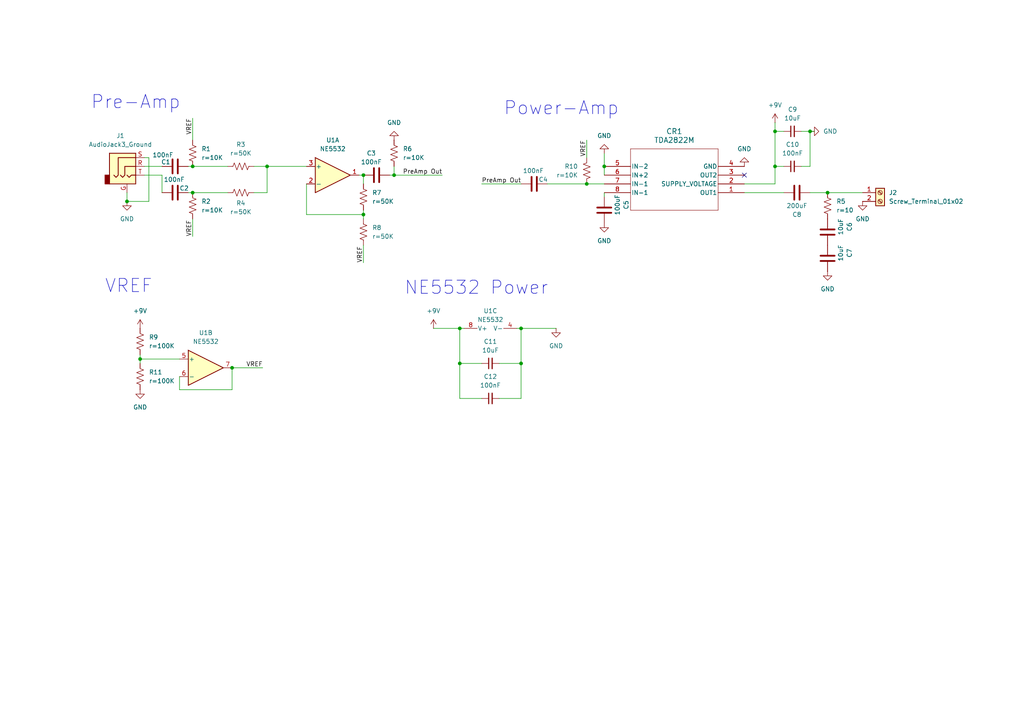
<source format=kicad_sch>
(kicad_sch
	(version 20250114)
	(generator "eeschema")
	(generator_version "9.0")
	(uuid "974d46e1-0312-4cb4-ab58-89172b9ecfd3")
	(paper "A4")
	(lib_symbols
		(symbol "Amplifier_Operational:NE5532"
			(pin_names
				(offset 0.127)
			)
			(exclude_from_sim no)
			(in_bom yes)
			(on_board yes)
			(property "Reference" "U"
				(at 0 5.08 0)
				(effects
					(font
						(size 1.27 1.27)
					)
					(justify left)
				)
			)
			(property "Value" "NE5532"
				(at 0 -5.08 0)
				(effects
					(font
						(size 1.27 1.27)
					)
					(justify left)
				)
			)
			(property "Footprint" ""
				(at 0 0 0)
				(effects
					(font
						(size 1.27 1.27)
					)
					(hide yes)
				)
			)
			(property "Datasheet" "http://www.ti.com/lit/ds/symlink/ne5532.pdf"
				(at 0 0 0)
				(effects
					(font
						(size 1.27 1.27)
					)
					(hide yes)
				)
			)
			(property "Description" "Dual Low-Noise Operational Amplifiers, DIP-8/SOIC-8"
				(at 0 0 0)
				(effects
					(font
						(size 1.27 1.27)
					)
					(hide yes)
				)
			)
			(property "ki_locked" ""
				(at 0 0 0)
				(effects
					(font
						(size 1.27 1.27)
					)
				)
			)
			(property "ki_keywords" "dual opamp"
				(at 0 0 0)
				(effects
					(font
						(size 1.27 1.27)
					)
					(hide yes)
				)
			)
			(property "ki_fp_filters" "SOIC*3.9x4.9mm*P1.27mm* DIP*W7.62mm* TO*99* OnSemi*Micro8* TSSOP*3x3mm*P0.65mm* TSSOP*4.4x3mm*P0.65mm* MSOP*3x3mm*P0.65mm* SSOP*3.9x4.9mm*P0.635mm* LFCSP*2x2mm*P0.5mm* *SIP* SOIC*5.3x6.2mm*P1.27mm*"
				(at 0 0 0)
				(effects
					(font
						(size 1.27 1.27)
					)
					(hide yes)
				)
			)
			(symbol "NE5532_1_1"
				(polyline
					(pts
						(xy -5.08 5.08) (xy 5.08 0) (xy -5.08 -5.08) (xy -5.08 5.08)
					)
					(stroke
						(width 0.254)
						(type default)
					)
					(fill
						(type background)
					)
				)
				(pin input line
					(at -7.62 2.54 0)
					(length 2.54)
					(name "+"
						(effects
							(font
								(size 1.27 1.27)
							)
						)
					)
					(number "3"
						(effects
							(font
								(size 1.27 1.27)
							)
						)
					)
				)
				(pin input line
					(at -7.62 -2.54 0)
					(length 2.54)
					(name "-"
						(effects
							(font
								(size 1.27 1.27)
							)
						)
					)
					(number "2"
						(effects
							(font
								(size 1.27 1.27)
							)
						)
					)
				)
				(pin output line
					(at 7.62 0 180)
					(length 2.54)
					(name "~"
						(effects
							(font
								(size 1.27 1.27)
							)
						)
					)
					(number "1"
						(effects
							(font
								(size 1.27 1.27)
							)
						)
					)
				)
			)
			(symbol "NE5532_2_1"
				(polyline
					(pts
						(xy -5.08 5.08) (xy 5.08 0) (xy -5.08 -5.08) (xy -5.08 5.08)
					)
					(stroke
						(width 0.254)
						(type default)
					)
					(fill
						(type background)
					)
				)
				(pin input line
					(at -7.62 2.54 0)
					(length 2.54)
					(name "+"
						(effects
							(font
								(size 1.27 1.27)
							)
						)
					)
					(number "5"
						(effects
							(font
								(size 1.27 1.27)
							)
						)
					)
				)
				(pin input line
					(at -7.62 -2.54 0)
					(length 2.54)
					(name "-"
						(effects
							(font
								(size 1.27 1.27)
							)
						)
					)
					(number "6"
						(effects
							(font
								(size 1.27 1.27)
							)
						)
					)
				)
				(pin output line
					(at 7.62 0 180)
					(length 2.54)
					(name "~"
						(effects
							(font
								(size 1.27 1.27)
							)
						)
					)
					(number "7"
						(effects
							(font
								(size 1.27 1.27)
							)
						)
					)
				)
			)
			(symbol "NE5532_3_1"
				(pin power_in line
					(at -2.54 7.62 270)
					(length 3.81)
					(name "V+"
						(effects
							(font
								(size 1.27 1.27)
							)
						)
					)
					(number "8"
						(effects
							(font
								(size 1.27 1.27)
							)
						)
					)
				)
				(pin power_in line
					(at -2.54 -7.62 90)
					(length 3.81)
					(name "V-"
						(effects
							(font
								(size 1.27 1.27)
							)
						)
					)
					(number "4"
						(effects
							(font
								(size 1.27 1.27)
							)
						)
					)
				)
			)
			(embedded_fonts no)
		)
		(symbol "Connector:Screw_Terminal_01x02"
			(pin_names
				(offset 1.016)
				(hide yes)
			)
			(exclude_from_sim no)
			(in_bom yes)
			(on_board yes)
			(property "Reference" "J"
				(at 0 2.54 0)
				(effects
					(font
						(size 1.27 1.27)
					)
				)
			)
			(property "Value" "Screw_Terminal_01x02"
				(at 0 -5.08 0)
				(effects
					(font
						(size 1.27 1.27)
					)
				)
			)
			(property "Footprint" ""
				(at 0 0 0)
				(effects
					(font
						(size 1.27 1.27)
					)
					(hide yes)
				)
			)
			(property "Datasheet" "~"
				(at 0 0 0)
				(effects
					(font
						(size 1.27 1.27)
					)
					(hide yes)
				)
			)
			(property "Description" "Generic screw terminal, single row, 01x02, script generated (kicad-library-utils/schlib/autogen/connector/)"
				(at 0 0 0)
				(effects
					(font
						(size 1.27 1.27)
					)
					(hide yes)
				)
			)
			(property "ki_keywords" "screw terminal"
				(at 0 0 0)
				(effects
					(font
						(size 1.27 1.27)
					)
					(hide yes)
				)
			)
			(property "ki_fp_filters" "TerminalBlock*:*"
				(at 0 0 0)
				(effects
					(font
						(size 1.27 1.27)
					)
					(hide yes)
				)
			)
			(symbol "Screw_Terminal_01x02_1_1"
				(rectangle
					(start -1.27 1.27)
					(end 1.27 -3.81)
					(stroke
						(width 0.254)
						(type default)
					)
					(fill
						(type background)
					)
				)
				(polyline
					(pts
						(xy -0.5334 0.3302) (xy 0.3302 -0.508)
					)
					(stroke
						(width 0.1524)
						(type default)
					)
					(fill
						(type none)
					)
				)
				(polyline
					(pts
						(xy -0.5334 -2.2098) (xy 0.3302 -3.048)
					)
					(stroke
						(width 0.1524)
						(type default)
					)
					(fill
						(type none)
					)
				)
				(polyline
					(pts
						(xy -0.3556 0.508) (xy 0.508 -0.3302)
					)
					(stroke
						(width 0.1524)
						(type default)
					)
					(fill
						(type none)
					)
				)
				(polyline
					(pts
						(xy -0.3556 -2.032) (xy 0.508 -2.8702)
					)
					(stroke
						(width 0.1524)
						(type default)
					)
					(fill
						(type none)
					)
				)
				(circle
					(center 0 0)
					(radius 0.635)
					(stroke
						(width 0.1524)
						(type default)
					)
					(fill
						(type none)
					)
				)
				(circle
					(center 0 -2.54)
					(radius 0.635)
					(stroke
						(width 0.1524)
						(type default)
					)
					(fill
						(type none)
					)
				)
				(pin passive line
					(at -5.08 0 0)
					(length 3.81)
					(name "Pin_1"
						(effects
							(font
								(size 1.27 1.27)
							)
						)
					)
					(number "1"
						(effects
							(font
								(size 1.27 1.27)
							)
						)
					)
				)
				(pin passive line
					(at -5.08 -2.54 0)
					(length 3.81)
					(name "Pin_2"
						(effects
							(font
								(size 1.27 1.27)
							)
						)
					)
					(number "2"
						(effects
							(font
								(size 1.27 1.27)
							)
						)
					)
				)
			)
			(embedded_fonts no)
		)
		(symbol "Connector_Audio:AudioJack3_Ground"
			(exclude_from_sim no)
			(in_bom yes)
			(on_board yes)
			(property "Reference" "J"
				(at 0 8.89 0)
				(effects
					(font
						(size 1.27 1.27)
					)
				)
			)
			(property "Value" "AudioJack3_Ground"
				(at 0 6.35 0)
				(effects
					(font
						(size 1.27 1.27)
					)
				)
			)
			(property "Footprint" ""
				(at 0 0 0)
				(effects
					(font
						(size 1.27 1.27)
					)
					(hide yes)
				)
			)
			(property "Datasheet" "~"
				(at 0 0 0)
				(effects
					(font
						(size 1.27 1.27)
					)
					(hide yes)
				)
			)
			(property "Description" "Audio Jack, 3 Poles (Stereo / TRS), Grounded Sleeve"
				(at 0 0 0)
				(effects
					(font
						(size 1.27 1.27)
					)
					(hide yes)
				)
			)
			(property "ki_keywords" "audio jack receptacle stereo headphones phones TRS connector"
				(at 0 0 0)
				(effects
					(font
						(size 1.27 1.27)
					)
					(hide yes)
				)
			)
			(property "ki_fp_filters" "Jack*"
				(at 0 0 0)
				(effects
					(font
						(size 1.27 1.27)
					)
					(hide yes)
				)
			)
			(symbol "AudioJack3_Ground_0_1"
				(rectangle
					(start -5.08 -2.54)
					(end -6.35 -5.08)
					(stroke
						(width 0.254)
						(type default)
					)
					(fill
						(type outline)
					)
				)
				(polyline
					(pts
						(xy -1.905 -2.54) (xy -1.27 -3.175) (xy -0.635 -2.54) (xy -0.635 0) (xy 2.54 0)
					)
					(stroke
						(width 0.254)
						(type default)
					)
					(fill
						(type none)
					)
				)
				(polyline
					(pts
						(xy 0 -2.54) (xy 0.635 -3.175) (xy 1.27 -2.54) (xy 2.54 -2.54)
					)
					(stroke
						(width 0.254)
						(type default)
					)
					(fill
						(type none)
					)
				)
				(rectangle
					(start 2.54 3.81)
					(end -5.08 -5.08)
					(stroke
						(width 0.254)
						(type default)
					)
					(fill
						(type background)
					)
				)
				(polyline
					(pts
						(xy 2.54 2.54) (xy -2.54 2.54) (xy -2.54 -2.54) (xy -3.175 -3.175) (xy -3.81 -2.54)
					)
					(stroke
						(width 0.254)
						(type default)
					)
					(fill
						(type none)
					)
				)
			)
			(symbol "AudioJack3_Ground_1_1"
				(pin passive line
					(at 0 -7.62 90)
					(length 2.54)
					(name "~"
						(effects
							(font
								(size 1.27 1.27)
							)
						)
					)
					(number "G"
						(effects
							(font
								(size 1.27 1.27)
							)
						)
					)
				)
				(pin passive line
					(at 5.08 2.54 180)
					(length 2.54)
					(name "~"
						(effects
							(font
								(size 1.27 1.27)
							)
						)
					)
					(number "S"
						(effects
							(font
								(size 1.27 1.27)
							)
						)
					)
				)
				(pin passive line
					(at 5.08 0 180)
					(length 2.54)
					(name "~"
						(effects
							(font
								(size 1.27 1.27)
							)
						)
					)
					(number "R"
						(effects
							(font
								(size 1.27 1.27)
							)
						)
					)
				)
				(pin passive line
					(at 5.08 -2.54 180)
					(length 2.54)
					(name "~"
						(effects
							(font
								(size 1.27 1.27)
							)
						)
					)
					(number "T"
						(effects
							(font
								(size 1.27 1.27)
							)
						)
					)
				)
			)
			(embedded_fonts no)
		)
		(symbol "Device:C"
			(pin_numbers
				(hide yes)
			)
			(pin_names
				(offset 0.254)
			)
			(exclude_from_sim no)
			(in_bom yes)
			(on_board yes)
			(property "Reference" "C"
				(at 0.635 2.54 0)
				(effects
					(font
						(size 1.27 1.27)
					)
					(justify left)
				)
			)
			(property "Value" "C"
				(at 0.635 -2.54 0)
				(effects
					(font
						(size 1.27 1.27)
					)
					(justify left)
				)
			)
			(property "Footprint" ""
				(at 0.9652 -3.81 0)
				(effects
					(font
						(size 1.27 1.27)
					)
					(hide yes)
				)
			)
			(property "Datasheet" "~"
				(at 0 0 0)
				(effects
					(font
						(size 1.27 1.27)
					)
					(hide yes)
				)
			)
			(property "Description" "Unpolarized capacitor"
				(at 0 0 0)
				(effects
					(font
						(size 1.27 1.27)
					)
					(hide yes)
				)
			)
			(property "ki_keywords" "cap capacitor"
				(at 0 0 0)
				(effects
					(font
						(size 1.27 1.27)
					)
					(hide yes)
				)
			)
			(property "ki_fp_filters" "C_*"
				(at 0 0 0)
				(effects
					(font
						(size 1.27 1.27)
					)
					(hide yes)
				)
			)
			(symbol "C_0_1"
				(polyline
					(pts
						(xy -2.032 0.762) (xy 2.032 0.762)
					)
					(stroke
						(width 0.508)
						(type default)
					)
					(fill
						(type none)
					)
				)
				(polyline
					(pts
						(xy -2.032 -0.762) (xy 2.032 -0.762)
					)
					(stroke
						(width 0.508)
						(type default)
					)
					(fill
						(type none)
					)
				)
			)
			(symbol "C_1_1"
				(pin passive line
					(at 0 3.81 270)
					(length 2.794)
					(name "~"
						(effects
							(font
								(size 1.27 1.27)
							)
						)
					)
					(number "1"
						(effects
							(font
								(size 1.27 1.27)
							)
						)
					)
				)
				(pin passive line
					(at 0 -3.81 90)
					(length 2.794)
					(name "~"
						(effects
							(font
								(size 1.27 1.27)
							)
						)
					)
					(number "2"
						(effects
							(font
								(size 1.27 1.27)
							)
						)
					)
				)
			)
			(embedded_fonts no)
		)
		(symbol "Device:C_Small"
			(pin_numbers
				(hide yes)
			)
			(pin_names
				(offset 0.254)
				(hide yes)
			)
			(exclude_from_sim no)
			(in_bom yes)
			(on_board yes)
			(property "Reference" "C"
				(at 0.254 1.778 0)
				(effects
					(font
						(size 1.27 1.27)
					)
					(justify left)
				)
			)
			(property "Value" "C_Small"
				(at 0.254 -2.032 0)
				(effects
					(font
						(size 1.27 1.27)
					)
					(justify left)
				)
			)
			(property "Footprint" ""
				(at 0 0 0)
				(effects
					(font
						(size 1.27 1.27)
					)
					(hide yes)
				)
			)
			(property "Datasheet" "~"
				(at 0 0 0)
				(effects
					(font
						(size 1.27 1.27)
					)
					(hide yes)
				)
			)
			(property "Description" "Unpolarized capacitor, small symbol"
				(at 0 0 0)
				(effects
					(font
						(size 1.27 1.27)
					)
					(hide yes)
				)
			)
			(property "ki_keywords" "capacitor cap"
				(at 0 0 0)
				(effects
					(font
						(size 1.27 1.27)
					)
					(hide yes)
				)
			)
			(property "ki_fp_filters" "C_*"
				(at 0 0 0)
				(effects
					(font
						(size 1.27 1.27)
					)
					(hide yes)
				)
			)
			(symbol "C_Small_0_1"
				(polyline
					(pts
						(xy -1.524 0.508) (xy 1.524 0.508)
					)
					(stroke
						(width 0.3048)
						(type default)
					)
					(fill
						(type none)
					)
				)
				(polyline
					(pts
						(xy -1.524 -0.508) (xy 1.524 -0.508)
					)
					(stroke
						(width 0.3302)
						(type default)
					)
					(fill
						(type none)
					)
				)
			)
			(symbol "C_Small_1_1"
				(pin passive line
					(at 0 2.54 270)
					(length 2.032)
					(name "~"
						(effects
							(font
								(size 1.27 1.27)
							)
						)
					)
					(number "1"
						(effects
							(font
								(size 1.27 1.27)
							)
						)
					)
				)
				(pin passive line
					(at 0 -2.54 90)
					(length 2.032)
					(name "~"
						(effects
							(font
								(size 1.27 1.27)
							)
						)
					)
					(number "2"
						(effects
							(font
								(size 1.27 1.27)
							)
						)
					)
				)
			)
			(embedded_fonts no)
		)
		(symbol "Device:R_US"
			(pin_numbers
				(hide yes)
			)
			(pin_names
				(offset 0)
			)
			(exclude_from_sim no)
			(in_bom yes)
			(on_board yes)
			(property "Reference" "R"
				(at 2.54 0 90)
				(effects
					(font
						(size 1.27 1.27)
					)
				)
			)
			(property "Value" "R_US"
				(at -2.54 0 90)
				(effects
					(font
						(size 1.27 1.27)
					)
				)
			)
			(property "Footprint" ""
				(at 1.016 -0.254 90)
				(effects
					(font
						(size 1.27 1.27)
					)
					(hide yes)
				)
			)
			(property "Datasheet" "~"
				(at 0 0 0)
				(effects
					(font
						(size 1.27 1.27)
					)
					(hide yes)
				)
			)
			(property "Description" "Resistor, US symbol"
				(at 0 0 0)
				(effects
					(font
						(size 1.27 1.27)
					)
					(hide yes)
				)
			)
			(property "ki_keywords" "R res resistor"
				(at 0 0 0)
				(effects
					(font
						(size 1.27 1.27)
					)
					(hide yes)
				)
			)
			(property "ki_fp_filters" "R_*"
				(at 0 0 0)
				(effects
					(font
						(size 1.27 1.27)
					)
					(hide yes)
				)
			)
			(symbol "R_US_0_1"
				(polyline
					(pts
						(xy 0 2.286) (xy 0 2.54)
					)
					(stroke
						(width 0)
						(type default)
					)
					(fill
						(type none)
					)
				)
				(polyline
					(pts
						(xy 0 2.286) (xy 1.016 1.905) (xy 0 1.524) (xy -1.016 1.143) (xy 0 0.762)
					)
					(stroke
						(width 0)
						(type default)
					)
					(fill
						(type none)
					)
				)
				(polyline
					(pts
						(xy 0 0.762) (xy 1.016 0.381) (xy 0 0) (xy -1.016 -0.381) (xy 0 -0.762)
					)
					(stroke
						(width 0)
						(type default)
					)
					(fill
						(type none)
					)
				)
				(polyline
					(pts
						(xy 0 -0.762) (xy 1.016 -1.143) (xy 0 -1.524) (xy -1.016 -1.905) (xy 0 -2.286)
					)
					(stroke
						(width 0)
						(type default)
					)
					(fill
						(type none)
					)
				)
				(polyline
					(pts
						(xy 0 -2.286) (xy 0 -2.54)
					)
					(stroke
						(width 0)
						(type default)
					)
					(fill
						(type none)
					)
				)
			)
			(symbol "R_US_1_1"
				(pin passive line
					(at 0 3.81 270)
					(length 1.27)
					(name "~"
						(effects
							(font
								(size 1.27 1.27)
							)
						)
					)
					(number "1"
						(effects
							(font
								(size 1.27 1.27)
							)
						)
					)
				)
				(pin passive line
					(at 0 -3.81 90)
					(length 1.27)
					(name "~"
						(effects
							(font
								(size 1.27 1.27)
							)
						)
					)
					(number "2"
						(effects
							(font
								(size 1.27 1.27)
							)
						)
					)
				)
			)
			(embedded_fonts no)
		)
		(symbol "TDA2822M:TDA2822M"
			(pin_names
				(offset 0.254)
			)
			(exclude_from_sim no)
			(in_bom yes)
			(on_board yes)
			(property "Reference" "CR2"
				(at 0 13.716 0)
				(effects
					(font
						(size 1.524 1.524)
					)
				)
			)
			(property "Value" "TDA2822M"
				(at 0 11.176 0)
				(effects
					(font
						(size 1.524 1.524)
					)
				)
			)
			(property "Footprint" "PDIP-8_STM"
				(at -20.32 3.81 0)
				(effects
					(font
						(size 1.27 1.27)
						(italic yes)
					)
					(hide yes)
				)
			)
			(property "Datasheet" "TDA2822M"
				(at -20.32 3.81 0)
				(effects
					(font
						(size 1.27 1.27)
						(italic yes)
					)
					(hide yes)
				)
			)
			(property "Description" ""
				(at 0 0 0)
				(effects
					(font
						(size 1.27 1.27)
					)
					(hide yes)
				)
			)
			(property "ki_locked" ""
				(at 0 0 0)
				(effects
					(font
						(size 1.27 1.27)
					)
				)
			)
			(property "ki_keywords" "TDA2822M"
				(at 0 0 0)
				(effects
					(font
						(size 1.27 1.27)
					)
					(hide yes)
				)
			)
			(property "ki_fp_filters" "PDIP-8_STM"
				(at 0 0 0)
				(effects
					(font
						(size 1.27 1.27)
					)
					(hide yes)
				)
			)
			(symbol "TDA2822M_0_1"
				(polyline
					(pts
						(xy -12.7 8.89) (xy -12.7 -8.89)
					)
					(stroke
						(width 0.127)
						(type default)
					)
					(fill
						(type none)
					)
				)
				(polyline
					(pts
						(xy -12.7 -8.89) (xy 12.7 -8.89)
					)
					(stroke
						(width 0.127)
						(type default)
					)
					(fill
						(type none)
					)
				)
				(polyline
					(pts
						(xy 12.7 -8.89) (xy 12.7 8.89)
					)
					(stroke
						(width 0.127)
						(type default)
					)
					(fill
						(type none)
					)
				)
				(pin output line
					(at -20.32 3.81 0)
					(length 7.62)
					(name "OUT1"
						(effects
							(font
								(size 1.27 1.27)
							)
						)
					)
					(number "1"
						(effects
							(font
								(size 1.27 1.27)
							)
						)
					)
				)
				(pin power_in line
					(at -20.32 1.27 0)
					(length 7.62)
					(name "SUPPLY_VOLTAGE"
						(effects
							(font
								(size 1.27 1.27)
							)
						)
					)
					(number "2"
						(effects
							(font
								(size 1.27 1.27)
							)
						)
					)
				)
				(pin output line
					(at -20.32 -1.27 0)
					(length 7.62)
					(name "OUT2"
						(effects
							(font
								(size 1.27 1.27)
							)
						)
					)
					(number "3"
						(effects
							(font
								(size 1.27 1.27)
							)
						)
					)
				)
				(pin power_in line
					(at -20.32 -3.81 0)
					(length 7.62)
					(name "GND"
						(effects
							(font
								(size 1.27 1.27)
							)
						)
					)
					(number "4"
						(effects
							(font
								(size 1.27 1.27)
							)
						)
					)
				)
				(pin input line
					(at 20.32 3.81 180)
					(length 7.62)
					(name "IN-1"
						(effects
							(font
								(size 1.27 1.27)
							)
						)
					)
					(number "8"
						(effects
							(font
								(size 1.27 1.27)
							)
						)
					)
				)
				(pin input line
					(at 20.32 1.27 180)
					(length 7.62)
					(name "IN-1"
						(effects
							(font
								(size 1.27 1.27)
							)
						)
					)
					(number "7"
						(effects
							(font
								(size 1.27 1.27)
							)
						)
					)
				)
				(pin input line
					(at 20.32 -1.27 180)
					(length 7.62)
					(name "IN+2"
						(effects
							(font
								(size 1.27 1.27)
							)
						)
					)
					(number "6"
						(effects
							(font
								(size 1.27 1.27)
							)
						)
					)
				)
				(pin input line
					(at 20.32 -3.81 180)
					(length 7.62)
					(name "IN-2"
						(effects
							(font
								(size 1.27 1.27)
							)
						)
					)
					(number "5"
						(effects
							(font
								(size 1.27 1.27)
							)
						)
					)
				)
			)
			(symbol "TDA2822M_1_1"
				(polyline
					(pts
						(xy 12.7 8.89) (xy -12.7 8.89)
					)
					(stroke
						(width 0.127)
						(type solid)
					)
					(fill
						(type none)
					)
				)
			)
			(embedded_fonts no)
		)
		(symbol "power:+9V"
			(power)
			(pin_numbers
				(hide yes)
			)
			(pin_names
				(offset 0)
				(hide yes)
			)
			(exclude_from_sim no)
			(in_bom yes)
			(on_board yes)
			(property "Reference" "#PWR"
				(at 0 -3.81 0)
				(effects
					(font
						(size 1.27 1.27)
					)
					(hide yes)
				)
			)
			(property "Value" "+9V"
				(at 0 3.556 0)
				(effects
					(font
						(size 1.27 1.27)
					)
				)
			)
			(property "Footprint" ""
				(at 0 0 0)
				(effects
					(font
						(size 1.27 1.27)
					)
					(hide yes)
				)
			)
			(property "Datasheet" ""
				(at 0 0 0)
				(effects
					(font
						(size 1.27 1.27)
					)
					(hide yes)
				)
			)
			(property "Description" "Power symbol creates a global label with name \"+9V\""
				(at 0 0 0)
				(effects
					(font
						(size 1.27 1.27)
					)
					(hide yes)
				)
			)
			(property "ki_keywords" "global power"
				(at 0 0 0)
				(effects
					(font
						(size 1.27 1.27)
					)
					(hide yes)
				)
			)
			(symbol "+9V_0_1"
				(polyline
					(pts
						(xy -0.762 1.27) (xy 0 2.54)
					)
					(stroke
						(width 0)
						(type default)
					)
					(fill
						(type none)
					)
				)
				(polyline
					(pts
						(xy 0 2.54) (xy 0.762 1.27)
					)
					(stroke
						(width 0)
						(type default)
					)
					(fill
						(type none)
					)
				)
				(polyline
					(pts
						(xy 0 0) (xy 0 2.54)
					)
					(stroke
						(width 0)
						(type default)
					)
					(fill
						(type none)
					)
				)
			)
			(symbol "+9V_1_1"
				(pin power_in line
					(at 0 0 90)
					(length 0)
					(name "~"
						(effects
							(font
								(size 1.27 1.27)
							)
						)
					)
					(number "1"
						(effects
							(font
								(size 1.27 1.27)
							)
						)
					)
				)
			)
			(embedded_fonts no)
		)
		(symbol "power:GND"
			(power)
			(pin_numbers
				(hide yes)
			)
			(pin_names
				(offset 0)
				(hide yes)
			)
			(exclude_from_sim no)
			(in_bom yes)
			(on_board yes)
			(property "Reference" "#PWR"
				(at 0 -6.35 0)
				(effects
					(font
						(size 1.27 1.27)
					)
					(hide yes)
				)
			)
			(property "Value" "GND"
				(at 0 -3.81 0)
				(effects
					(font
						(size 1.27 1.27)
					)
				)
			)
			(property "Footprint" ""
				(at 0 0 0)
				(effects
					(font
						(size 1.27 1.27)
					)
					(hide yes)
				)
			)
			(property "Datasheet" ""
				(at 0 0 0)
				(effects
					(font
						(size 1.27 1.27)
					)
					(hide yes)
				)
			)
			(property "Description" "Power symbol creates a global label with name \"GND\" , ground"
				(at 0 0 0)
				(effects
					(font
						(size 1.27 1.27)
					)
					(hide yes)
				)
			)
			(property "ki_keywords" "global power"
				(at 0 0 0)
				(effects
					(font
						(size 1.27 1.27)
					)
					(hide yes)
				)
			)
			(symbol "GND_0_1"
				(polyline
					(pts
						(xy 0 0) (xy 0 -1.27) (xy 1.27 -1.27) (xy 0 -2.54) (xy -1.27 -1.27) (xy 0 -1.27)
					)
					(stroke
						(width 0)
						(type default)
					)
					(fill
						(type none)
					)
				)
			)
			(symbol "GND_1_1"
				(pin power_in line
					(at 0 0 270)
					(length 0)
					(name "~"
						(effects
							(font
								(size 1.27 1.27)
							)
						)
					)
					(number "1"
						(effects
							(font
								(size 1.27 1.27)
							)
						)
					)
				)
			)
			(embedded_fonts no)
		)
	)
	(text "VREF"
		(exclude_from_sim no)
		(at 37.338 83.058 0)
		(effects
			(font
				(size 3.81 3.81)
			)
		)
		(uuid "505fa2be-0c53-4d5f-9e56-f4d7cb45c9c3")
	)
	(text "Power-Amp"
		(exclude_from_sim no)
		(at 162.814 31.496 0)
		(effects
			(font
				(size 3.81 3.81)
			)
		)
		(uuid "63f93e94-28f5-407c-a45c-6f3e4a34247e")
	)
	(text "NE5532 Power"
		(exclude_from_sim no)
		(at 138.176 83.566 0)
		(effects
			(font
				(size 3.81 3.81)
			)
		)
		(uuid "b1517190-6e5d-4852-8d60-bbb6921ae70c")
	)
	(text "Pre-Amp"
		(exclude_from_sim no)
		(at 39.37 29.718 0)
		(effects
			(font
				(size 3.81 3.81)
			)
		)
		(uuid "fff5af0f-6b6b-49ba-b985-67a2351417f5")
	)
	(junction
		(at 133.35 95.25)
		(diameter 0)
		(color 0 0 0 0)
		(uuid "128d3449-26c7-45b4-b1f8-361cb6a0cfd2")
	)
	(junction
		(at 151.13 95.25)
		(diameter 0)
		(color 0 0 0 0)
		(uuid "17139603-d5a1-4978-8cbc-dd7eeb73fe26")
	)
	(junction
		(at 224.79 48.26)
		(diameter 0)
		(color 0 0 0 0)
		(uuid "1911f7a9-5144-4f54-ba7a-8fc83e7dd2ce")
	)
	(junction
		(at 240.03 55.88)
		(diameter 0)
		(color 0 0 0 0)
		(uuid "360ec567-bd11-4247-a0c2-1196f7879513")
	)
	(junction
		(at 224.79 38.1)
		(diameter 0)
		(color 0 0 0 0)
		(uuid "3e80600d-c8d4-4098-bbea-1e4ed70248d2")
	)
	(junction
		(at 67.31 106.68)
		(diameter 0)
		(color 0 0 0 0)
		(uuid "44eefd7c-a4d6-4b19-ba02-ded33a4ed2db")
	)
	(junction
		(at 151.13 105.41)
		(diameter 0)
		(color 0 0 0 0)
		(uuid "6c2c83f2-37ae-4981-b531-5a585b7136a7")
	)
	(junction
		(at 114.3 50.8)
		(diameter 0)
		(color 0 0 0 0)
		(uuid "73349bcc-3128-4c20-b689-7638764f396c")
	)
	(junction
		(at 175.26 48.26)
		(diameter 0)
		(color 0 0 0 0)
		(uuid "7a944ac8-7327-4906-9052-26f881bb8fcc")
	)
	(junction
		(at 105.41 50.8)
		(diameter 0)
		(color 0 0 0 0)
		(uuid "7d9b328f-b6a0-4d07-9c4b-c3a01aec925a")
	)
	(junction
		(at 55.88 48.26)
		(diameter 0)
		(color 0 0 0 0)
		(uuid "816a59c3-88b4-4de7-a23c-94d72fbce8eb")
	)
	(junction
		(at 105.41 62.23)
		(diameter 0)
		(color 0 0 0 0)
		(uuid "8e6af4ae-eca8-4a31-b973-d64c85ba2695")
	)
	(junction
		(at 133.35 105.41)
		(diameter 0)
		(color 0 0 0 0)
		(uuid "ba134415-442d-40c2-9156-98b4ab77d873")
	)
	(junction
		(at 77.47 48.26)
		(diameter 0)
		(color 0 0 0 0)
		(uuid "be077c6b-d4c4-4890-b261-4b2b163b788c")
	)
	(junction
		(at 36.83 58.42)
		(diameter 0)
		(color 0 0 0 0)
		(uuid "d4a66742-291b-4678-a0d9-2e485796c2cb")
	)
	(junction
		(at 170.18 53.34)
		(diameter 0)
		(color 0 0 0 0)
		(uuid "d73dc1e8-a690-49c4-888f-c2238c2b21a3")
	)
	(junction
		(at 55.88 55.88)
		(diameter 0)
		(color 0 0 0 0)
		(uuid "e6ad6711-2f61-44e7-b8c7-6232cbdccf77")
	)
	(junction
		(at 234.95 38.1)
		(diameter 0)
		(color 0 0 0 0)
		(uuid "eb359c59-ce5a-4094-9869-8a2775e4a093")
	)
	(junction
		(at 40.64 104.14)
		(diameter 0)
		(color 0 0 0 0)
		(uuid "ef9fb927-c7b9-4887-ba72-0d92cb877491")
	)
	(no_connect
		(at 215.9 50.8)
		(uuid "03b5a2b9-1b94-4bc0-b20c-d4366cfdd3e0")
	)
	(wire
		(pts
			(xy 175.26 57.15) (xy 175.26 55.88)
		)
		(stroke
			(width 0)
			(type default)
		)
		(uuid "025ad18c-3d21-4279-8cb7-6eaf78d26e0b")
	)
	(wire
		(pts
			(xy 133.35 105.41) (xy 133.35 95.25)
		)
		(stroke
			(width 0)
			(type default)
		)
		(uuid "0646681c-4eba-470c-97d8-68afee315847")
	)
	(wire
		(pts
			(xy 139.7 105.41) (xy 133.35 105.41)
		)
		(stroke
			(width 0)
			(type default)
		)
		(uuid "06a7b3ea-c379-4fe3-95ec-ba5ceb54e739")
	)
	(wire
		(pts
			(xy 55.88 48.26) (xy 54.61 48.26)
		)
		(stroke
			(width 0)
			(type default)
		)
		(uuid "0cf9915f-7d2b-4538-9789-0234e4d7b9a1")
	)
	(wire
		(pts
			(xy 73.66 55.88) (xy 77.47 55.88)
		)
		(stroke
			(width 0)
			(type default)
		)
		(uuid "0e9597ed-ee94-4fa3-952d-a8f6198db18f")
	)
	(wire
		(pts
			(xy 151.13 95.25) (xy 161.29 95.25)
		)
		(stroke
			(width 0)
			(type default)
		)
		(uuid "103e703e-a47d-4ef2-9599-e4f41fbc9a14")
	)
	(wire
		(pts
			(xy 105.41 71.12) (xy 105.41 76.2)
		)
		(stroke
			(width 0)
			(type default)
		)
		(uuid "10c1aee3-bceb-4759-9d56-f8b561229b36")
	)
	(wire
		(pts
			(xy 46.99 50.8) (xy 46.99 55.88)
		)
		(stroke
			(width 0)
			(type default)
		)
		(uuid "162b82c1-0a9c-4560-bd6e-14d32af2c6bb")
	)
	(wire
		(pts
			(xy 77.47 48.26) (xy 88.9 48.26)
		)
		(stroke
			(width 0)
			(type default)
		)
		(uuid "176ee273-4f6c-40ea-bb0e-b5c26e114dd0")
	)
	(wire
		(pts
			(xy 234.95 38.1) (xy 232.41 38.1)
		)
		(stroke
			(width 0)
			(type default)
		)
		(uuid "177c56c2-682a-460f-9d26-3cac1ec00983")
	)
	(wire
		(pts
			(xy 73.66 48.26) (xy 77.47 48.26)
		)
		(stroke
			(width 0)
			(type default)
		)
		(uuid "2981cc28-59ca-4c0c-b3b8-fa3a02f5437f")
	)
	(wire
		(pts
			(xy 114.3 48.26) (xy 114.3 50.8)
		)
		(stroke
			(width 0)
			(type default)
		)
		(uuid "2ff2c8c3-65be-4f28-bf45-0a4f49e054c5")
	)
	(wire
		(pts
			(xy 67.31 113.03) (xy 52.07 113.03)
		)
		(stroke
			(width 0)
			(type default)
		)
		(uuid "33afb7e3-85b9-44f6-a2bb-8fdb3e9a3824")
	)
	(wire
		(pts
			(xy 40.64 104.14) (xy 40.64 102.87)
		)
		(stroke
			(width 0)
			(type default)
		)
		(uuid "34e2f084-02a3-40af-8e89-7580385d5d74")
	)
	(wire
		(pts
			(xy 36.83 55.88) (xy 36.83 58.42)
		)
		(stroke
			(width 0)
			(type default)
		)
		(uuid "34ed2a03-2c76-4763-abd5-0327f50fcb11")
	)
	(wire
		(pts
			(xy 88.9 62.23) (xy 105.41 62.23)
		)
		(stroke
			(width 0)
			(type default)
		)
		(uuid "35a0f2bc-a44e-40ee-b4a9-645bc765f5e7")
	)
	(wire
		(pts
			(xy 234.95 55.88) (xy 240.03 55.88)
		)
		(stroke
			(width 0)
			(type default)
		)
		(uuid "3d1b3a7a-913a-4fd0-b253-068cad595025")
	)
	(wire
		(pts
			(xy 144.78 115.57) (xy 151.13 115.57)
		)
		(stroke
			(width 0)
			(type default)
		)
		(uuid "3dd8d501-a89d-481b-9dd0-125b7d411660")
	)
	(wire
		(pts
			(xy 36.83 58.42) (xy 43.18 58.42)
		)
		(stroke
			(width 0)
			(type default)
		)
		(uuid "40648351-d96c-4701-9ae8-ee5e977c9b81")
	)
	(wire
		(pts
			(xy 52.07 113.03) (xy 52.07 109.22)
		)
		(stroke
			(width 0)
			(type default)
		)
		(uuid "4953bb54-4ffc-49c9-8a85-712e724a9ecd")
	)
	(wire
		(pts
			(xy 54.61 55.88) (xy 55.88 55.88)
		)
		(stroke
			(width 0)
			(type default)
		)
		(uuid "58bad6e9-c527-4aaf-85c2-e028af168290")
	)
	(wire
		(pts
			(xy 224.79 48.26) (xy 224.79 53.34)
		)
		(stroke
			(width 0)
			(type default)
		)
		(uuid "58d4b50c-38c9-4586-bb80-8e1bff8ccbf8")
	)
	(wire
		(pts
			(xy 139.7 53.34) (xy 151.13 53.34)
		)
		(stroke
			(width 0)
			(type default)
		)
		(uuid "5fc0b22d-78c5-428d-a99a-b6e6c84779c2")
	)
	(wire
		(pts
			(xy 224.79 53.34) (xy 215.9 53.34)
		)
		(stroke
			(width 0)
			(type default)
		)
		(uuid "62f4e755-f922-4264-8529-028502829739")
	)
	(wire
		(pts
			(xy 170.18 40.64) (xy 170.18 45.72)
		)
		(stroke
			(width 0)
			(type default)
		)
		(uuid "643f3f9e-128a-4f61-a300-c6d8b21555bb")
	)
	(wire
		(pts
			(xy 158.75 53.34) (xy 170.18 53.34)
		)
		(stroke
			(width 0)
			(type default)
		)
		(uuid "65bead73-61c5-49ea-98c7-4b39cb001e28")
	)
	(wire
		(pts
			(xy 40.64 104.14) (xy 52.07 104.14)
		)
		(stroke
			(width 0)
			(type default)
		)
		(uuid "6ac1331f-bb5b-403d-898f-c88d8f67015d")
	)
	(wire
		(pts
			(xy 144.78 105.41) (xy 151.13 105.41)
		)
		(stroke
			(width 0)
			(type default)
		)
		(uuid "6c4133bd-98cc-41d8-a283-807d3fa0700c")
	)
	(wire
		(pts
			(xy 104.14 50.8) (xy 105.41 50.8)
		)
		(stroke
			(width 0)
			(type default)
		)
		(uuid "6d7a3345-89bc-4580-874e-d1c58f9d02fa")
	)
	(wire
		(pts
			(xy 151.13 115.57) (xy 151.13 105.41)
		)
		(stroke
			(width 0)
			(type default)
		)
		(uuid "6eaa738e-8bb5-4af1-b3ed-5bd7d3708585")
	)
	(wire
		(pts
			(xy 224.79 35.56) (xy 224.79 38.1)
		)
		(stroke
			(width 0)
			(type default)
		)
		(uuid "706f248b-4737-49aa-8f95-c3b0ecc6fee2")
	)
	(wire
		(pts
			(xy 170.18 53.34) (xy 175.26 53.34)
		)
		(stroke
			(width 0)
			(type default)
		)
		(uuid "7359328f-8506-40cb-a7c0-756beb13c42a")
	)
	(wire
		(pts
			(xy 227.33 48.26) (xy 224.79 48.26)
		)
		(stroke
			(width 0)
			(type default)
		)
		(uuid "7499e802-e38c-4292-9dc9-61da69a1db8e")
	)
	(wire
		(pts
			(xy 67.31 106.68) (xy 67.31 113.03)
		)
		(stroke
			(width 0)
			(type default)
		)
		(uuid "757ac924-3e01-4fb0-a7da-c309ec01f269")
	)
	(wire
		(pts
			(xy 175.26 48.26) (xy 175.26 50.8)
		)
		(stroke
			(width 0)
			(type default)
		)
		(uuid "79605d5c-4d5c-421d-838e-ea8cce129e73")
	)
	(wire
		(pts
			(xy 227.33 38.1) (xy 224.79 38.1)
		)
		(stroke
			(width 0)
			(type default)
		)
		(uuid "7dbc8345-58d3-4e9a-a2c4-0343ad03d483")
	)
	(wire
		(pts
			(xy 105.41 62.23) (xy 105.41 63.5)
		)
		(stroke
			(width 0)
			(type default)
		)
		(uuid "7e5fb493-35be-47b3-b86c-c0e281ede119")
	)
	(wire
		(pts
			(xy 125.73 95.25) (xy 133.35 95.25)
		)
		(stroke
			(width 0)
			(type default)
		)
		(uuid "80249267-e344-431f-9655-43860ed7d3ba")
	)
	(wire
		(pts
			(xy 149.86 95.25) (xy 151.13 95.25)
		)
		(stroke
			(width 0)
			(type default)
		)
		(uuid "85e54b58-2a55-4c03-92a9-c1be519d94c0")
	)
	(wire
		(pts
			(xy 43.18 45.72) (xy 43.18 58.42)
		)
		(stroke
			(width 0)
			(type default)
		)
		(uuid "863a2bab-ec93-4d3d-946b-7b9f6180f161")
	)
	(wire
		(pts
			(xy 234.95 48.26) (xy 232.41 48.26)
		)
		(stroke
			(width 0)
			(type default)
		)
		(uuid "a2eaa9d3-0597-4845-9ac5-239fd4deace5")
	)
	(wire
		(pts
			(xy 215.9 55.88) (xy 227.33 55.88)
		)
		(stroke
			(width 0)
			(type default)
		)
		(uuid "a5f6f7ab-c3fd-4953-b542-3bbee0f070b4")
	)
	(wire
		(pts
			(xy 41.91 45.72) (xy 43.18 45.72)
		)
		(stroke
			(width 0)
			(type default)
		)
		(uuid "a6c4a075-f53b-4efc-b447-e95bc35f557f")
	)
	(wire
		(pts
			(xy 105.41 60.96) (xy 105.41 62.23)
		)
		(stroke
			(width 0)
			(type default)
		)
		(uuid "b32593af-41bb-4c2e-b26c-d5e62a53ce70")
	)
	(wire
		(pts
			(xy 175.26 44.45) (xy 175.26 48.26)
		)
		(stroke
			(width 0)
			(type default)
		)
		(uuid "b5580cd0-8553-4576-a737-40d549863ebd")
	)
	(wire
		(pts
			(xy 240.03 55.88) (xy 250.19 55.88)
		)
		(stroke
			(width 0)
			(type default)
		)
		(uuid "b6049d45-3cb9-4e3d-aab8-1ff7a726ad1f")
	)
	(wire
		(pts
			(xy 234.95 38.1) (xy 234.95 48.26)
		)
		(stroke
			(width 0)
			(type default)
		)
		(uuid "b7e7eaf6-96bf-43e0-96fb-97c3d14d24c8")
	)
	(wire
		(pts
			(xy 67.31 106.68) (xy 76.2 106.68)
		)
		(stroke
			(width 0)
			(type default)
		)
		(uuid "ba14530f-3977-4cae-a889-7c867129ba6e")
	)
	(wire
		(pts
			(xy 55.88 55.88) (xy 66.04 55.88)
		)
		(stroke
			(width 0)
			(type default)
		)
		(uuid "ba6b429e-395b-4708-96b6-8b5e8a14487b")
	)
	(wire
		(pts
			(xy 46.99 48.26) (xy 41.91 48.26)
		)
		(stroke
			(width 0)
			(type default)
		)
		(uuid "c172d54c-431b-459f-9004-78c8f39f60e1")
	)
	(wire
		(pts
			(xy 224.79 38.1) (xy 224.79 48.26)
		)
		(stroke
			(width 0)
			(type default)
		)
		(uuid "c1bd984a-ec1c-4c69-8dcf-ce2c7264d477")
	)
	(wire
		(pts
			(xy 55.88 34.29) (xy 55.88 40.64)
		)
		(stroke
			(width 0)
			(type default)
		)
		(uuid "c91c012d-6613-498b-ae43-766b7981a87b")
	)
	(wire
		(pts
			(xy 139.7 115.57) (xy 133.35 115.57)
		)
		(stroke
			(width 0)
			(type default)
		)
		(uuid "cee93a1b-6ee8-4471-bf2a-081b941f9284")
	)
	(wire
		(pts
			(xy 151.13 105.41) (xy 151.13 95.25)
		)
		(stroke
			(width 0)
			(type default)
		)
		(uuid "cf4db98d-629a-46c9-bcee-87ea23710416")
	)
	(wire
		(pts
			(xy 105.41 50.8) (xy 105.41 53.34)
		)
		(stroke
			(width 0)
			(type default)
		)
		(uuid "cff243a2-2e49-4d45-9aa1-92eb609be9e2")
	)
	(wire
		(pts
			(xy 55.88 63.5) (xy 55.88 68.58)
		)
		(stroke
			(width 0)
			(type default)
		)
		(uuid "d1cd7540-aab2-4059-a417-bcde8a73bfe3")
	)
	(wire
		(pts
			(xy 114.3 50.8) (xy 128.27 50.8)
		)
		(stroke
			(width 0)
			(type default)
		)
		(uuid "d2ac43e6-93cd-4c35-a6eb-998184292370")
	)
	(wire
		(pts
			(xy 41.91 50.8) (xy 46.99 50.8)
		)
		(stroke
			(width 0)
			(type default)
		)
		(uuid "d35fa70d-2d6f-4892-8c2a-0cd61a9c2223")
	)
	(wire
		(pts
			(xy 133.35 115.57) (xy 133.35 105.41)
		)
		(stroke
			(width 0)
			(type default)
		)
		(uuid "d4fd720c-20c2-4d52-885e-94effd41ba23")
	)
	(wire
		(pts
			(xy 133.35 95.25) (xy 134.62 95.25)
		)
		(stroke
			(width 0)
			(type default)
		)
		(uuid "d63899ed-0d12-4bdb-abb8-7da9b7715bf9")
	)
	(wire
		(pts
			(xy 40.64 105.41) (xy 40.64 104.14)
		)
		(stroke
			(width 0)
			(type default)
		)
		(uuid "da2033d5-9ba6-49a4-be19-5fa1f7b30710")
	)
	(wire
		(pts
			(xy 88.9 53.34) (xy 88.9 62.23)
		)
		(stroke
			(width 0)
			(type default)
		)
		(uuid "efa5eefe-af70-4806-90bd-31e0dba8ce19")
	)
	(wire
		(pts
			(xy 55.88 48.26) (xy 66.04 48.26)
		)
		(stroke
			(width 0)
			(type default)
		)
		(uuid "f25de47f-28c3-4655-a41b-21e5a8a2b25a")
	)
	(wire
		(pts
			(xy 77.47 55.88) (xy 77.47 48.26)
		)
		(stroke
			(width 0)
			(type default)
		)
		(uuid "f53266a0-9dc3-43d5-a080-a58ed13293ca")
	)
	(wire
		(pts
			(xy 113.03 50.8) (xy 114.3 50.8)
		)
		(stroke
			(width 0)
			(type default)
		)
		(uuid "f68ac111-f243-46c6-847f-64e89c3bc301")
	)
	(wire
		(pts
			(xy 234.95 38.1) (xy 236.22 38.1)
		)
		(stroke
			(width 0)
			(type default)
		)
		(uuid "fbcb5bf5-133e-4d76-9049-10ece6cb14d9")
	)
	(label "VREF"
		(at 105.41 76.2 90)
		(effects
			(font
				(size 1.27 1.27)
			)
			(justify left bottom)
		)
		(uuid "2b1672e2-80d0-4498-880f-1698fa7d222e")
	)
	(label "PreAmp Out"
		(at 139.7 53.34 0)
		(effects
			(font
				(size 1.27 1.27)
			)
			(justify left bottom)
		)
		(uuid "353ddccd-2715-47c2-b343-2272cd2435fc")
	)
	(label "VREF"
		(at 76.2 106.68 180)
		(effects
			(font
				(size 1.27 1.27)
			)
			(justify right bottom)
		)
		(uuid "380b045d-ef75-4b58-925d-3d85a5125d62")
	)
	(label "VREF"
		(at 55.88 34.29 270)
		(effects
			(font
				(size 1.27 1.27)
			)
			(justify right bottom)
		)
		(uuid "8bdf6d8e-95a5-401f-bf77-6dc9609fed57")
	)
	(label "PreAmp Out"
		(at 128.27 50.8 180)
		(effects
			(font
				(size 1.27 1.27)
			)
			(justify right bottom)
		)
		(uuid "a3ef041c-6d13-4199-a603-cb84223a3550")
	)
	(label "VREF"
		(at 55.88 68.58 90)
		(effects
			(font
				(size 1.27 1.27)
			)
			(justify left bottom)
		)
		(uuid "a68f98e6-b790-49e1-a89b-84b749fa9631")
	)
	(label "VREF"
		(at 170.18 40.64 270)
		(effects
			(font
				(size 1.27 1.27)
			)
			(justify right bottom)
		)
		(uuid "dc33e585-1c48-4aad-9c0f-96dab27b0950")
	)
	(symbol
		(lib_id "power:GND")
		(at 175.26 44.45 180)
		(unit 1)
		(exclude_from_sim no)
		(in_bom yes)
		(on_board yes)
		(dnp no)
		(fields_autoplaced yes)
		(uuid "03dcd2d6-bc4f-4e77-8034-270828874529")
		(property "Reference" "#PWR09"
			(at 175.26 38.1 0)
			(effects
				(font
					(size 1.27 1.27)
				)
				(hide yes)
			)
		)
		(property "Value" "GND"
			(at 175.26 39.37 0)
			(effects
				(font
					(size 1.27 1.27)
				)
			)
		)
		(property "Footprint" ""
			(at 175.26 44.45 0)
			(effects
				(font
					(size 1.27 1.27)
				)
				(hide yes)
			)
		)
		(property "Datasheet" ""
			(at 175.26 44.45 0)
			(effects
				(font
					(size 1.27 1.27)
				)
				(hide yes)
			)
		)
		(property "Description" "Power symbol creates a global label with name \"GND\" , ground"
			(at 175.26 44.45 0)
			(effects
				(font
					(size 1.27 1.27)
				)
				(hide yes)
			)
		)
		(pin "1"
			(uuid "5f460fc0-84ae-4515-bc68-e8466789fab9")
		)
		(instances
			(project "Speaker"
				(path "/974d46e1-0312-4cb4-ab58-89172b9ecfd3"
					(reference "#PWR09")
					(unit 1)
				)
			)
		)
	)
	(symbol
		(lib_id "Amplifier_Operational:NE5532")
		(at 96.52 50.8 0)
		(unit 1)
		(exclude_from_sim no)
		(in_bom yes)
		(on_board yes)
		(dnp no)
		(fields_autoplaced yes)
		(uuid "0af4c6d1-1887-4876-9106-23ea7987e7cc")
		(property "Reference" "U1"
			(at 96.52 40.64 0)
			(effects
				(font
					(size 1.27 1.27)
				)
			)
		)
		(property "Value" "NE5532"
			(at 96.52 43.18 0)
			(effects
				(font
					(size 1.27 1.27)
				)
			)
		)
		(property "Footprint" "Package_DIP:CERDIP-8_W7.62mm_SideBrazed_Socket"
			(at 96.52 50.8 0)
			(effects
				(font
					(size 1.27 1.27)
				)
				(hide yes)
			)
		)
		(property "Datasheet" "http://www.ti.com/lit/ds/symlink/ne5532.pdf"
			(at 96.52 50.8 0)
			(effects
				(font
					(size 1.27 1.27)
				)
				(hide yes)
			)
		)
		(property "Description" "Dual Low-Noise Operational Amplifiers, DIP-8/SOIC-8"
			(at 96.52 50.8 0)
			(effects
				(font
					(size 1.27 1.27)
				)
				(hide yes)
			)
		)
		(pin "5"
			(uuid "e22b6a9c-bd93-43a3-a8c0-70173ae87ad1")
		)
		(pin "6"
			(uuid "d7f76af6-267e-4f53-b344-11eb08159176")
		)
		(pin "3"
			(uuid "abb116da-03d0-43a9-817d-e21a295086d7")
		)
		(pin "4"
			(uuid "3b15a821-0e9c-4687-91ba-378aabd61586")
		)
		(pin "7"
			(uuid "5c88a537-849d-43eb-aa68-42dd4ab5ef2b")
		)
		(pin "8"
			(uuid "f5779b7b-e2a2-4214-af96-ad92fb03cd5f")
		)
		(pin "1"
			(uuid "51b701a7-9221-4426-bdc8-ce686663bc75")
		)
		(pin "2"
			(uuid "1e6ba5f2-8f46-4eba-a02a-34aac32fe4f6")
		)
		(instances
			(project ""
				(path "/974d46e1-0312-4cb4-ab58-89172b9ecfd3"
					(reference "U1")
					(unit 1)
				)
			)
		)
	)
	(symbol
		(lib_id "power:GND")
		(at 250.19 58.42 0)
		(unit 1)
		(exclude_from_sim no)
		(in_bom yes)
		(on_board yes)
		(dnp no)
		(fields_autoplaced yes)
		(uuid "0c430ba0-1fae-40f7-a427-c2f670569f24")
		(property "Reference" "#PWR05"
			(at 250.19 64.77 0)
			(effects
				(font
					(size 1.27 1.27)
				)
				(hide yes)
			)
		)
		(property "Value" "GND"
			(at 250.19 63.5 0)
			(effects
				(font
					(size 1.27 1.27)
				)
			)
		)
		(property "Footprint" ""
			(at 250.19 58.42 0)
			(effects
				(font
					(size 1.27 1.27)
				)
				(hide yes)
			)
		)
		(property "Datasheet" ""
			(at 250.19 58.42 0)
			(effects
				(font
					(size 1.27 1.27)
				)
				(hide yes)
			)
		)
		(property "Description" "Power symbol creates a global label with name \"GND\" , ground"
			(at 250.19 58.42 0)
			(effects
				(font
					(size 1.27 1.27)
				)
				(hide yes)
			)
		)
		(pin "1"
			(uuid "44ebeca6-cf93-45c5-bc7b-e35b981d29fc")
		)
		(instances
			(project "Speaker"
				(path "/974d46e1-0312-4cb4-ab58-89172b9ecfd3"
					(reference "#PWR05")
					(unit 1)
				)
			)
		)
	)
	(symbol
		(lib_id "Device:C_Small")
		(at 142.24 115.57 90)
		(mirror x)
		(unit 1)
		(exclude_from_sim no)
		(in_bom yes)
		(on_board yes)
		(dnp no)
		(uuid "0daeeaa1-1507-4b53-b9bb-d950011fae50")
		(property "Reference" "C12"
			(at 142.24 109.22 90)
			(effects
				(font
					(size 1.27 1.27)
				)
			)
		)
		(property "Value" "100nF"
			(at 142.24 111.76 90)
			(effects
				(font
					(size 1.27 1.27)
				)
			)
		)
		(property "Footprint" ""
			(at 142.24 115.57 0)
			(effects
				(font
					(size 1.27 1.27)
				)
				(hide yes)
			)
		)
		(property "Datasheet" "~"
			(at 142.24 115.57 0)
			(effects
				(font
					(size 1.27 1.27)
				)
				(hide yes)
			)
		)
		(property "Description" "Unpolarized capacitor, small symbol"
			(at 142.24 115.57 0)
			(effects
				(font
					(size 1.27 1.27)
				)
				(hide yes)
			)
		)
		(pin "1"
			(uuid "210bd266-8aac-4df3-8a70-35c296ef5b1e")
		)
		(pin "2"
			(uuid "5a0ae11a-7988-4eb5-abd7-d2994e20f1f8")
		)
		(instances
			(project "Speaker"
				(path "/974d46e1-0312-4cb4-ab58-89172b9ecfd3"
					(reference "C12")
					(unit 1)
				)
			)
		)
	)
	(symbol
		(lib_id "Device:C")
		(at 154.94 53.34 90)
		(unit 1)
		(exclude_from_sim no)
		(in_bom yes)
		(on_board yes)
		(dnp no)
		(uuid "163e7933-5655-4630-99cf-79e2542e7485")
		(property "Reference" "C4"
			(at 156.21 52.07 90)
			(effects
				(font
					(size 1.27 1.27)
				)
				(justify right)
			)
		)
		(property "Value" "100nF"
			(at 151.638 49.53 90)
			(effects
				(font
					(size 1.27 1.27)
				)
				(justify right)
			)
		)
		(property "Footprint" "Capacitor_THT:C_Disc_D5.0mm_W2.5mm_P2.50mm"
			(at 158.75 52.3748 0)
			(effects
				(font
					(size 1.27 1.27)
				)
				(hide yes)
			)
		)
		(property "Datasheet" "~"
			(at 154.94 53.34 0)
			(effects
				(font
					(size 1.27 1.27)
				)
				(hide yes)
			)
		)
		(property "Description" "Unpolarized capacitor"
			(at 154.94 53.34 0)
			(effects
				(font
					(size 1.27 1.27)
				)
				(hide yes)
			)
		)
		(property "Sim.Device" "C"
			(at 154.94 53.34 0)
			(effects
				(font
					(size 1.27 1.27)
				)
				(hide yes)
			)
		)
		(property "Sim.Type" "="
			(at 154.94 53.34 0)
			(effects
				(font
					(size 1.27 1.27)
				)
				(hide yes)
			)
		)
		(property "Sim.Params" "c=0.00001"
			(at 154.94 53.34 0)
			(effects
				(font
					(size 1.27 1.27)
				)
				(hide yes)
			)
		)
		(property "Sim.Pins" "1=+ 2=-"
			(at 154.94 53.34 0)
			(effects
				(font
					(size 1.27 1.27)
				)
				(hide yes)
			)
		)
		(pin "2"
			(uuid "f11fb8b4-b9ad-44dd-bede-c808b9ca4e21")
		)
		(pin "1"
			(uuid "1f373b24-2b7b-43dc-bdef-607b236c4e28")
		)
		(instances
			(project "Speaker"
				(path "/974d46e1-0312-4cb4-ab58-89172b9ecfd3"
					(reference "C4")
					(unit 1)
				)
			)
		)
	)
	(symbol
		(lib_id "Device:C")
		(at 109.22 50.8 90)
		(unit 1)
		(exclude_from_sim no)
		(in_bom yes)
		(on_board yes)
		(dnp no)
		(uuid "20107c92-d89b-4fcd-9f86-d2eb42de59fb")
		(property "Reference" "C3"
			(at 107.696 44.45 90)
			(effects
				(font
					(size 1.27 1.27)
				)
			)
		)
		(property "Value" "100nF"
			(at 107.696 46.99 90)
			(effects
				(font
					(size 1.27 1.27)
				)
			)
		)
		(property "Footprint" "Capacitor_THT:C_Disc_D5.0mm_W2.5mm_P2.50mm"
			(at 113.03 49.8348 0)
			(effects
				(font
					(size 1.27 1.27)
				)
				(hide yes)
			)
		)
		(property "Datasheet" "~"
			(at 109.22 50.8 0)
			(effects
				(font
					(size 1.27 1.27)
				)
				(hide yes)
			)
		)
		(property "Description" "Unpolarized capacitor"
			(at 109.22 50.8 0)
			(effects
				(font
					(size 1.27 1.27)
				)
				(hide yes)
			)
		)
		(property "Sim.Device" "C"
			(at 109.22 50.8 0)
			(effects
				(font
					(size 1.27 1.27)
				)
				(hide yes)
			)
		)
		(property "Sim.Type" "="
			(at 109.22 50.8 0)
			(effects
				(font
					(size 1.27 1.27)
				)
				(hide yes)
			)
		)
		(property "Sim.Params" "c=0.00001"
			(at 109.22 50.8 0)
			(effects
				(font
					(size 1.27 1.27)
				)
				(hide yes)
			)
		)
		(property "Sim.Pins" "1=+ 2=-"
			(at 109.22 50.8 0)
			(effects
				(font
					(size 1.27 1.27)
				)
				(hide yes)
			)
		)
		(pin "2"
			(uuid "b9161b99-5953-4ef5-a3e0-99d9bd221cf7")
		)
		(pin "1"
			(uuid "ff705207-4ed3-4ce2-abad-42d10ff61d89")
		)
		(instances
			(project "Speaker"
				(path "/974d46e1-0312-4cb4-ab58-89172b9ecfd3"
					(reference "C3")
					(unit 1)
				)
			)
		)
	)
	(symbol
		(lib_id "Connector:Screw_Terminal_01x02")
		(at 255.27 55.88 0)
		(unit 1)
		(exclude_from_sim no)
		(in_bom yes)
		(on_board yes)
		(dnp no)
		(fields_autoplaced yes)
		(uuid "25db6607-0024-408e-b3fa-f08edcc09cb4")
		(property "Reference" "J2"
			(at 257.81 55.8799 0)
			(effects
				(font
					(size 1.27 1.27)
				)
				(justify left)
			)
		)
		(property "Value" "Screw_Terminal_01x02"
			(at 257.81 58.4199 0)
			(effects
				(font
					(size 1.27 1.27)
				)
				(justify left)
			)
		)
		(property "Footprint" ""
			(at 255.27 55.88 0)
			(effects
				(font
					(size 1.27 1.27)
				)
				(hide yes)
			)
		)
		(property "Datasheet" "~"
			(at 255.27 55.88 0)
			(effects
				(font
					(size 1.27 1.27)
				)
				(hide yes)
			)
		)
		(property "Description" "Generic screw terminal, single row, 01x02, script generated (kicad-library-utils/schlib/autogen/connector/)"
			(at 255.27 55.88 0)
			(effects
				(font
					(size 1.27 1.27)
				)
				(hide yes)
			)
		)
		(pin "1"
			(uuid "ee4ec0e3-265e-47ae-b222-af6779cae8e5")
		)
		(pin "2"
			(uuid "7d11ece4-728f-41e0-bf26-daae99376b29")
		)
		(instances
			(project ""
				(path "/974d46e1-0312-4cb4-ab58-89172b9ecfd3"
					(reference "J2")
					(unit 1)
				)
			)
		)
	)
	(symbol
		(lib_id "Amplifier_Operational:NE5532")
		(at 142.24 92.71 90)
		(unit 3)
		(exclude_from_sim no)
		(in_bom yes)
		(on_board yes)
		(dnp no)
		(fields_autoplaced yes)
		(uuid "2651fdf6-3199-42c3-9bf0-674be69ebcbe")
		(property "Reference" "U1"
			(at 142.24 90.17 90)
			(effects
				(font
					(size 1.27 1.27)
				)
			)
		)
		(property "Value" "NE5532"
			(at 142.24 92.71 90)
			(effects
				(font
					(size 1.27 1.27)
				)
			)
		)
		(property "Footprint" "Package_DIP:CERDIP-8_W7.62mm_SideBrazed_Socket"
			(at 142.24 92.71 0)
			(effects
				(font
					(size 1.27 1.27)
				)
				(hide yes)
			)
		)
		(property "Datasheet" "http://www.ti.com/lit/ds/symlink/ne5532.pdf"
			(at 142.24 92.71 0)
			(effects
				(font
					(size 1.27 1.27)
				)
				(hide yes)
			)
		)
		(property "Description" "Dual Low-Noise Operational Amplifiers, DIP-8/SOIC-8"
			(at 142.24 92.71 0)
			(effects
				(font
					(size 1.27 1.27)
				)
				(hide yes)
			)
		)
		(pin "5"
			(uuid "07a3fee1-8add-4eb4-b604-1061eeca3db7")
		)
		(pin "6"
			(uuid "13f9dce9-b35f-4351-a698-3930e3040785")
		)
		(pin "3"
			(uuid "dad04757-ccb3-42d0-a74a-ab3ab383433d")
		)
		(pin "4"
			(uuid "3b15a821-0e9c-4687-91ba-378aabd61587")
		)
		(pin "7"
			(uuid "8bebf1d5-8efd-4581-a9c6-07a600fd0d88")
		)
		(pin "8"
			(uuid "f5779b7b-e2a2-4214-af96-ad92fb03cd60")
		)
		(pin "1"
			(uuid "e8fd278a-c8a2-4b77-9cad-d25d1673f333")
		)
		(pin "2"
			(uuid "0d1199c1-dabf-49a2-b941-6f04d8c427b5")
		)
		(instances
			(project "Speaker"
				(path "/974d46e1-0312-4cb4-ab58-89172b9ecfd3"
					(reference "U1")
					(unit 3)
				)
			)
		)
	)
	(symbol
		(lib_id "Device:R_US")
		(at 40.64 99.06 0)
		(unit 1)
		(exclude_from_sim no)
		(in_bom yes)
		(on_board yes)
		(dnp no)
		(fields_autoplaced yes)
		(uuid "27575367-4173-40bf-9d07-61ea1ee248aa")
		(property "Reference" "R9"
			(at 43.18 97.7899 0)
			(effects
				(font
					(size 1.27 1.27)
				)
				(justify left)
			)
		)
		(property "Value" "${SIM.PARAMS}"
			(at 43.18 100.3299 0)
			(effects
				(font
					(size 1.27 1.27)
				)
				(justify left)
			)
		)
		(property "Footprint" "Resistor_THT:R_Axial_DIN0204_L3.6mm_D1.6mm_P5.08mm_Horizontal"
			(at 41.656 99.314 90)
			(effects
				(font
					(size 1.27 1.27)
				)
				(hide yes)
			)
		)
		(property "Datasheet" "~"
			(at 40.64 99.06 0)
			(effects
				(font
					(size 1.27 1.27)
				)
				(hide yes)
			)
		)
		(property "Description" "Resistor, US symbol"
			(at 40.64 99.06 0)
			(effects
				(font
					(size 1.27 1.27)
				)
				(hide yes)
			)
		)
		(property "Sim.Device" "R"
			(at 40.64 99.06 0)
			(effects
				(font
					(size 1.27 1.27)
				)
				(hide yes)
			)
		)
		(property "Sim.Type" "="
			(at 40.64 99.06 0)
			(effects
				(font
					(size 1.27 1.27)
				)
				(hide yes)
			)
		)
		(property "Sim.Params" "r=100K"
			(at 40.64 99.06 0)
			(effects
				(font
					(size 1.27 1.27)
				)
				(hide yes)
			)
		)
		(property "Sim.Pins" "1=+ 2=-"
			(at 40.64 99.06 0)
			(effects
				(font
					(size 1.27 1.27)
				)
				(hide yes)
			)
		)
		(pin "1"
			(uuid "1c7963d3-8c4c-48b6-82b6-9de832a3c50e")
		)
		(pin "2"
			(uuid "a9f0acb6-4a26-401a-853a-9642cf1c0d22")
		)
		(instances
			(project "Speaker"
				(path "/974d46e1-0312-4cb4-ab58-89172b9ecfd3"
					(reference "R9")
					(unit 1)
				)
			)
		)
	)
	(symbol
		(lib_id "power:+9V")
		(at 40.64 95.25 0)
		(unit 1)
		(exclude_from_sim no)
		(in_bom yes)
		(on_board yes)
		(dnp no)
		(fields_autoplaced yes)
		(uuid "43f4e272-1e6c-4fd7-8eee-37ca47354a84")
		(property "Reference" "#PWR011"
			(at 40.64 99.06 0)
			(effects
				(font
					(size 1.27 1.27)
				)
				(hide yes)
			)
		)
		(property "Value" "+9V"
			(at 40.64 90.17 0)
			(effects
				(font
					(size 1.27 1.27)
				)
			)
		)
		(property "Footprint" ""
			(at 40.64 95.25 0)
			(effects
				(font
					(size 1.27 1.27)
				)
				(hide yes)
			)
		)
		(property "Datasheet" ""
			(at 40.64 95.25 0)
			(effects
				(font
					(size 1.27 1.27)
				)
				(hide yes)
			)
		)
		(property "Description" "Power symbol creates a global label with name \"+9V\""
			(at 40.64 95.25 0)
			(effects
				(font
					(size 1.27 1.27)
				)
				(hide yes)
			)
		)
		(pin "1"
			(uuid "2d4627b1-f7fb-44cf-b782-b2778f876ae4")
		)
		(instances
			(project ""
				(path "/974d46e1-0312-4cb4-ab58-89172b9ecfd3"
					(reference "#PWR011")
					(unit 1)
				)
			)
		)
	)
	(symbol
		(lib_id "TDA2822M:TDA2822M")
		(at 195.58 52.07 180)
		(unit 1)
		(exclude_from_sim no)
		(in_bom yes)
		(on_board yes)
		(dnp no)
		(fields_autoplaced yes)
		(uuid "46fb01e0-ec01-4a3e-af7f-b2c034e0d118")
		(property "Reference" "CR1"
			(at 195.58 38.1 0)
			(effects
				(font
					(size 1.524 1.524)
				)
			)
		)
		(property "Value" "TDA2822M"
			(at 195.58 40.64 0)
			(effects
				(font
					(size 1.524 1.524)
				)
			)
		)
		(property "Footprint" "PDIP-8_STM"
			(at 215.9 55.88 0)
			(effects
				(font
					(size 1.27 1.27)
					(italic yes)
				)
				(hide yes)
			)
		)
		(property "Datasheet" "TDA2822M"
			(at 215.9 55.88 0)
			(effects
				(font
					(size 1.27 1.27)
					(italic yes)
				)
				(hide yes)
			)
		)
		(property "Description" ""
			(at 195.58 52.07 0)
			(effects
				(font
					(size 1.27 1.27)
				)
				(hide yes)
			)
		)
		(pin "3"
			(uuid "c055f37b-9d2f-4cb7-aba5-ff3caefff211")
		)
		(pin "5"
			(uuid "ae37d429-4356-4f38-a66c-33327157c178")
		)
		(pin "1"
			(uuid "35e02662-a2d8-4bda-a399-185a1819316c")
		)
		(pin "2"
			(uuid "c719d383-dabd-40cf-83cc-6cef6f7fe30b")
		)
		(pin "4"
			(uuid "64e38abf-f4c2-4685-bb0b-9e597996d845")
		)
		(pin "8"
			(uuid "8d4ea00b-0348-4471-80aa-aa4a0a5e019a")
		)
		(pin "7"
			(uuid "08c9cc07-be50-425b-a29e-227369ace6f7")
		)
		(pin "6"
			(uuid "5412f095-1e4e-47ce-b6d4-46d305f9e99c")
		)
		(instances
			(project ""
				(path "/974d46e1-0312-4cb4-ab58-89172b9ecfd3"
					(reference "CR1")
					(unit 1)
				)
			)
		)
	)
	(symbol
		(lib_id "Device:C")
		(at 175.26 60.96 0)
		(unit 1)
		(exclude_from_sim no)
		(in_bom yes)
		(on_board yes)
		(dnp no)
		(uuid "4831a76b-bf0a-49ca-b454-4fc709c6678a")
		(property "Reference" "C5"
			(at 181.61 59.436 90)
			(effects
				(font
					(size 1.27 1.27)
				)
			)
		)
		(property "Value" "100uF"
			(at 179.07 59.436 90)
			(effects
				(font
					(size 1.27 1.27)
				)
			)
		)
		(property "Footprint" "Capacitor_THT:C_Disc_D5.0mm_W2.5mm_P2.50mm"
			(at 176.2252 64.77 0)
			(effects
				(font
					(size 1.27 1.27)
				)
				(hide yes)
			)
		)
		(property "Datasheet" "~"
			(at 175.26 60.96 0)
			(effects
				(font
					(size 1.27 1.27)
				)
				(hide yes)
			)
		)
		(property "Description" "Unpolarized capacitor"
			(at 175.26 60.96 0)
			(effects
				(font
					(size 1.27 1.27)
				)
				(hide yes)
			)
		)
		(property "Sim.Device" "C"
			(at 175.26 60.96 0)
			(effects
				(font
					(size 1.27 1.27)
				)
				(hide yes)
			)
		)
		(property "Sim.Type" "="
			(at 175.26 60.96 0)
			(effects
				(font
					(size 1.27 1.27)
				)
				(hide yes)
			)
		)
		(property "Sim.Params" "c=0.00001"
			(at 175.26 60.96 0)
			(effects
				(font
					(size 1.27 1.27)
				)
				(hide yes)
			)
		)
		(property "Sim.Pins" "1=+ 2=-"
			(at 175.26 60.96 0)
			(effects
				(font
					(size 1.27 1.27)
				)
				(hide yes)
			)
		)
		(pin "2"
			(uuid "ad40bf6d-ef3c-46e3-a2b5-328d6ea9c214")
		)
		(pin "1"
			(uuid "3dc4e1c1-3cdf-4b3a-b661-19965da1de89")
		)
		(instances
			(project "Speaker"
				(path "/974d46e1-0312-4cb4-ab58-89172b9ecfd3"
					(reference "C5")
					(unit 1)
				)
			)
		)
	)
	(symbol
		(lib_id "Device:R_US")
		(at 69.85 55.88 90)
		(unit 1)
		(exclude_from_sim no)
		(in_bom yes)
		(on_board yes)
		(dnp no)
		(uuid "4c494259-d580-4258-a64f-c0c49c748873")
		(property "Reference" "R4"
			(at 69.85 58.928 90)
			(effects
				(font
					(size 1.27 1.27)
				)
			)
		)
		(property "Value" "${SIM.PARAMS}"
			(at 69.85 61.468 90)
			(effects
				(font
					(size 1.27 1.27)
				)
			)
		)
		(property "Footprint" "Resistor_THT:R_Axial_DIN0204_L3.6mm_D1.6mm_P5.08mm_Horizontal"
			(at 70.104 54.864 90)
			(effects
				(font
					(size 1.27 1.27)
				)
				(hide yes)
			)
		)
		(property "Datasheet" "~"
			(at 69.85 55.88 0)
			(effects
				(font
					(size 1.27 1.27)
				)
				(hide yes)
			)
		)
		(property "Description" "Resistor, US symbol"
			(at 69.85 55.88 0)
			(effects
				(font
					(size 1.27 1.27)
				)
				(hide yes)
			)
		)
		(property "Sim.Device" "R"
			(at 69.85 55.88 0)
			(effects
				(font
					(size 1.27 1.27)
				)
				(hide yes)
			)
		)
		(property "Sim.Type" "="
			(at 69.85 55.88 0)
			(effects
				(font
					(size 1.27 1.27)
				)
				(hide yes)
			)
		)
		(property "Sim.Params" "r=50K"
			(at 69.85 55.88 0)
			(effects
				(font
					(size 1.27 1.27)
				)
				(hide yes)
			)
		)
		(property "Sim.Pins" "1=+ 2=-"
			(at 69.85 55.88 0)
			(effects
				(font
					(size 1.27 1.27)
				)
				(hide yes)
			)
		)
		(pin "1"
			(uuid "a755f9f5-0e24-4efd-a06f-dd23bdbac2bd")
		)
		(pin "2"
			(uuid "825e89df-aa5d-463f-b74b-432379e13be8")
		)
		(instances
			(project "Speaker"
				(path "/974d46e1-0312-4cb4-ab58-89172b9ecfd3"
					(reference "R4")
					(unit 1)
				)
			)
		)
	)
	(symbol
		(lib_id "Device:C_Small")
		(at 142.24 105.41 90)
		(unit 1)
		(exclude_from_sim no)
		(in_bom yes)
		(on_board yes)
		(dnp no)
		(fields_autoplaced yes)
		(uuid "53b531d2-a603-45a0-b426-6a85db2c6f4f")
		(property "Reference" "C11"
			(at 142.2463 99.06 90)
			(effects
				(font
					(size 1.27 1.27)
				)
			)
		)
		(property "Value" "10uF"
			(at 142.2463 101.6 90)
			(effects
				(font
					(size 1.27 1.27)
				)
			)
		)
		(property "Footprint" ""
			(at 142.24 105.41 0)
			(effects
				(font
					(size 1.27 1.27)
				)
				(hide yes)
			)
		)
		(property "Datasheet" "~"
			(at 142.24 105.41 0)
			(effects
				(font
					(size 1.27 1.27)
				)
				(hide yes)
			)
		)
		(property "Description" "Unpolarized capacitor, small symbol"
			(at 142.24 105.41 0)
			(effects
				(font
					(size 1.27 1.27)
				)
				(hide yes)
			)
		)
		(pin "2"
			(uuid "111e0869-59a2-4526-a8a4-31af6909e415")
		)
		(pin "1"
			(uuid "ee7e175c-72cb-4196-960e-8fb0be64565f")
		)
		(instances
			(project "Speaker"
				(path "/974d46e1-0312-4cb4-ab58-89172b9ecfd3"
					(reference "C11")
					(unit 1)
				)
			)
		)
	)
	(symbol
		(lib_id "power:GND")
		(at 40.64 113.03 0)
		(unit 1)
		(exclude_from_sim no)
		(in_bom yes)
		(on_board yes)
		(dnp no)
		(fields_autoplaced yes)
		(uuid "69354a89-35fa-4de2-aefb-1988ee4aa0d1")
		(property "Reference" "#PWR04"
			(at 40.64 119.38 0)
			(effects
				(font
					(size 1.27 1.27)
				)
				(hide yes)
			)
		)
		(property "Value" "GND"
			(at 40.64 118.11 0)
			(effects
				(font
					(size 1.27 1.27)
				)
			)
		)
		(property "Footprint" ""
			(at 40.64 113.03 0)
			(effects
				(font
					(size 1.27 1.27)
				)
				(hide yes)
			)
		)
		(property "Datasheet" ""
			(at 40.64 113.03 0)
			(effects
				(font
					(size 1.27 1.27)
				)
				(hide yes)
			)
		)
		(property "Description" "Power symbol creates a global label with name \"GND\" , ground"
			(at 40.64 113.03 0)
			(effects
				(font
					(size 1.27 1.27)
				)
				(hide yes)
			)
		)
		(pin "1"
			(uuid "5aefaad0-abb9-4cb0-b835-630c3ea39fa7")
		)
		(instances
			(project "Speaker"
				(path "/974d46e1-0312-4cb4-ab58-89172b9ecfd3"
					(reference "#PWR04")
					(unit 1)
				)
			)
		)
	)
	(symbol
		(lib_id "power:GND")
		(at 234.95 38.1 90)
		(unit 1)
		(exclude_from_sim no)
		(in_bom yes)
		(on_board yes)
		(dnp no)
		(fields_autoplaced yes)
		(uuid "6b9cc0b0-ba05-4e49-b073-7c484b2270af")
		(property "Reference" "#PWR02"
			(at 241.3 38.1 0)
			(effects
				(font
					(size 1.27 1.27)
				)
				(hide yes)
			)
		)
		(property "Value" "GND"
			(at 238.76 38.0999 90)
			(effects
				(font
					(size 1.27 1.27)
				)
				(justify right)
			)
		)
		(property "Footprint" ""
			(at 234.95 38.1 0)
			(effects
				(font
					(size 1.27 1.27)
				)
				(hide yes)
			)
		)
		(property "Datasheet" ""
			(at 234.95 38.1 0)
			(effects
				(font
					(size 1.27 1.27)
				)
				(hide yes)
			)
		)
		(property "Description" "Power symbol creates a global label with name \"GND\" , ground"
			(at 234.95 38.1 0)
			(effects
				(font
					(size 1.27 1.27)
				)
				(hide yes)
			)
		)
		(pin "1"
			(uuid "85b31e9f-ca24-4c99-b777-621be21ef0a1")
		)
		(instances
			(project "Speaker"
				(path "/974d46e1-0312-4cb4-ab58-89172b9ecfd3"
					(reference "#PWR02")
					(unit 1)
				)
			)
		)
	)
	(symbol
		(lib_id "Amplifier_Operational:NE5532")
		(at 59.69 106.68 0)
		(unit 2)
		(exclude_from_sim no)
		(in_bom yes)
		(on_board yes)
		(dnp no)
		(fields_autoplaced yes)
		(uuid "6ba0fa99-702f-4298-8ed4-4a886c27fbd2")
		(property "Reference" "U1"
			(at 59.69 96.52 0)
			(effects
				(font
					(size 1.27 1.27)
				)
			)
		)
		(property "Value" "NE5532"
			(at 59.69 99.06 0)
			(effects
				(font
					(size 1.27 1.27)
				)
			)
		)
		(property "Footprint" "Package_DIP:CERDIP-8_W7.62mm_SideBrazed_Socket"
			(at 59.69 106.68 0)
			(effects
				(font
					(size 1.27 1.27)
				)
				(hide yes)
			)
		)
		(property "Datasheet" "http://www.ti.com/lit/ds/symlink/ne5532.pdf"
			(at 59.69 106.68 0)
			(effects
				(font
					(size 1.27 1.27)
				)
				(hide yes)
			)
		)
		(property "Description" "Dual Low-Noise Operational Amplifiers, DIP-8/SOIC-8"
			(at 59.69 106.68 0)
			(effects
				(font
					(size 1.27 1.27)
				)
				(hide yes)
			)
		)
		(pin "5"
			(uuid "e22b6a9c-bd93-43a3-a8c0-70173ae87ad2")
		)
		(pin "6"
			(uuid "d7f76af6-267e-4f53-b344-11eb08159177")
		)
		(pin "3"
			(uuid "dad04757-ccb3-42d0-a74a-ab3ab383433d")
		)
		(pin "4"
			(uuid "3b15a821-0e9c-4687-91ba-378aabd61587")
		)
		(pin "7"
			(uuid "5c88a537-849d-43eb-aa68-42dd4ab5ef2c")
		)
		(pin "8"
			(uuid "f5779b7b-e2a2-4214-af96-ad92fb03cd60")
		)
		(pin "1"
			(uuid "e8fd278a-c8a2-4b77-9cad-d25d1673f333")
		)
		(pin "2"
			(uuid "0d1199c1-dabf-49a2-b941-6f04d8c427b5")
		)
		(instances
			(project "Speaker"
				(path "/974d46e1-0312-4cb4-ab58-89172b9ecfd3"
					(reference "U1")
					(unit 2)
				)
			)
		)
	)
	(symbol
		(lib_id "Device:R_US")
		(at 69.85 48.26 90)
		(unit 1)
		(exclude_from_sim no)
		(in_bom yes)
		(on_board yes)
		(dnp no)
		(fields_autoplaced yes)
		(uuid "6f497609-1e64-4c1c-bb20-eb70b5e66569")
		(property "Reference" "R3"
			(at 69.85 41.91 90)
			(effects
				(font
					(size 1.27 1.27)
				)
			)
		)
		(property "Value" "${SIM.PARAMS}"
			(at 69.85 44.45 90)
			(effects
				(font
					(size 1.27 1.27)
				)
			)
		)
		(property "Footprint" "Resistor_THT:R_Axial_DIN0204_L3.6mm_D1.6mm_P5.08mm_Horizontal"
			(at 70.104 47.244 90)
			(effects
				(font
					(size 1.27 1.27)
				)
				(hide yes)
			)
		)
		(property "Datasheet" "~"
			(at 69.85 48.26 0)
			(effects
				(font
					(size 1.27 1.27)
				)
				(hide yes)
			)
		)
		(property "Description" "Resistor, US symbol"
			(at 69.85 48.26 0)
			(effects
				(font
					(size 1.27 1.27)
				)
				(hide yes)
			)
		)
		(property "Sim.Device" "R"
			(at 69.85 48.26 0)
			(effects
				(font
					(size 1.27 1.27)
				)
				(hide yes)
			)
		)
		(property "Sim.Type" "="
			(at 69.85 48.26 0)
			(effects
				(font
					(size 1.27 1.27)
				)
				(hide yes)
			)
		)
		(property "Sim.Params" "r=50K"
			(at 69.85 48.26 0)
			(effects
				(font
					(size 1.27 1.27)
				)
				(hide yes)
			)
		)
		(property "Sim.Pins" "1=+ 2=-"
			(at 69.85 48.26 0)
			(effects
				(font
					(size 1.27 1.27)
				)
				(hide yes)
			)
		)
		(pin "1"
			(uuid "71fef2cf-7bbe-4394-9784-ed8a8f12241f")
		)
		(pin "2"
			(uuid "83844bef-2bc4-4f26-bfc9-d24c85ab9f16")
		)
		(instances
			(project "Speaker"
				(path "/974d46e1-0312-4cb4-ab58-89172b9ecfd3"
					(reference "R3")
					(unit 1)
				)
			)
		)
	)
	(symbol
		(lib_id "Device:R_US")
		(at 55.88 59.69 0)
		(unit 1)
		(exclude_from_sim no)
		(in_bom yes)
		(on_board yes)
		(dnp no)
		(fields_autoplaced yes)
		(uuid "73a3c9fd-4edd-49fd-a29c-66bb3c07754c")
		(property "Reference" "R2"
			(at 58.42 58.4199 0)
			(effects
				(font
					(size 1.27 1.27)
				)
				(justify left)
			)
		)
		(property "Value" "${SIM.PARAMS}"
			(at 58.42 60.9599 0)
			(effects
				(font
					(size 1.27 1.27)
				)
				(justify left)
			)
		)
		(property "Footprint" "Resistor_THT:R_Axial_DIN0204_L3.6mm_D1.6mm_P5.08mm_Horizontal"
			(at 56.896 59.944 90)
			(effects
				(font
					(size 1.27 1.27)
				)
				(hide yes)
			)
		)
		(property "Datasheet" "~"
			(at 55.88 59.69 0)
			(effects
				(font
					(size 1.27 1.27)
				)
				(hide yes)
			)
		)
		(property "Description" "Resistor, US symbol"
			(at 55.88 59.69 0)
			(effects
				(font
					(size 1.27 1.27)
				)
				(hide yes)
			)
		)
		(property "Sim.Device" "R"
			(at 55.88 59.69 0)
			(effects
				(font
					(size 1.27 1.27)
				)
				(hide yes)
			)
		)
		(property "Sim.Type" "="
			(at 55.88 59.69 0)
			(effects
				(font
					(size 1.27 1.27)
				)
				(hide yes)
			)
		)
		(property "Sim.Params" "r=10K"
			(at 55.88 59.69 0)
			(effects
				(font
					(size 1.27 1.27)
				)
				(hide yes)
			)
		)
		(property "Sim.Pins" "1=+ 2=-"
			(at 55.88 59.69 0)
			(effects
				(font
					(size 1.27 1.27)
				)
				(hide yes)
			)
		)
		(pin "1"
			(uuid "e9214f91-6fd2-42f3-8c58-d4cbc73f35a8")
		)
		(pin "2"
			(uuid "b16f50a8-d1b3-4a39-b46b-b63c9d78065c")
		)
		(instances
			(project "Speaker"
				(path "/974d46e1-0312-4cb4-ab58-89172b9ecfd3"
					(reference "R2")
					(unit 1)
				)
			)
		)
	)
	(symbol
		(lib_id "Device:R_US")
		(at 170.18 49.53 0)
		(mirror x)
		(unit 1)
		(exclude_from_sim no)
		(in_bom yes)
		(on_board yes)
		(dnp no)
		(fields_autoplaced yes)
		(uuid "75abbc38-58ba-4ea9-abdc-57c73f919cbc")
		(property "Reference" "R10"
			(at 167.64 48.2599 0)
			(effects
				(font
					(size 1.27 1.27)
				)
				(justify right)
			)
		)
		(property "Value" "${SIM.PARAMS}"
			(at 167.64 50.7999 0)
			(effects
				(font
					(size 1.27 1.27)
				)
				(justify right)
			)
		)
		(property "Footprint" "Resistor_THT:R_Axial_DIN0204_L3.6mm_D1.6mm_P5.08mm_Horizontal"
			(at 171.196 49.276 90)
			(effects
				(font
					(size 1.27 1.27)
				)
				(hide yes)
			)
		)
		(property "Datasheet" "~"
			(at 170.18 49.53 0)
			(effects
				(font
					(size 1.27 1.27)
				)
				(hide yes)
			)
		)
		(property "Description" "Resistor, US symbol"
			(at 170.18 49.53 0)
			(effects
				(font
					(size 1.27 1.27)
				)
				(hide yes)
			)
		)
		(property "Sim.Device" "R"
			(at 170.18 49.53 0)
			(effects
				(font
					(size 1.27 1.27)
				)
				(hide yes)
			)
		)
		(property "Sim.Type" "="
			(at 170.18 49.53 0)
			(effects
				(font
					(size 1.27 1.27)
				)
				(hide yes)
			)
		)
		(property "Sim.Params" "r=10K"
			(at 170.18 49.53 0)
			(effects
				(font
					(size 1.27 1.27)
				)
				(hide yes)
			)
		)
		(property "Sim.Pins" "1=+ 2=-"
			(at 170.18 49.53 0)
			(effects
				(font
					(size 1.27 1.27)
				)
				(hide yes)
			)
		)
		(pin "1"
			(uuid "24f1571b-d3c9-4916-a6ca-d11fb12961d2")
		)
		(pin "2"
			(uuid "f7bee5b4-9bcb-4b35-a66b-98c6884c95f4")
		)
		(instances
			(project "Speaker"
				(path "/974d46e1-0312-4cb4-ab58-89172b9ecfd3"
					(reference "R10")
					(unit 1)
				)
			)
		)
	)
	(symbol
		(lib_id "power:+9V")
		(at 125.73 95.25 0)
		(unit 1)
		(exclude_from_sim no)
		(in_bom yes)
		(on_board yes)
		(dnp no)
		(fields_autoplaced yes)
		(uuid "7cbeb187-22ce-4746-bf4e-93992a7aeb9c")
		(property "Reference" "#PWR010"
			(at 125.73 99.06 0)
			(effects
				(font
					(size 1.27 1.27)
				)
				(hide yes)
			)
		)
		(property "Value" "+9V"
			(at 125.73 90.17 0)
			(effects
				(font
					(size 1.27 1.27)
				)
			)
		)
		(property "Footprint" ""
			(at 125.73 95.25 0)
			(effects
				(font
					(size 1.27 1.27)
				)
				(hide yes)
			)
		)
		(property "Datasheet" ""
			(at 125.73 95.25 0)
			(effects
				(font
					(size 1.27 1.27)
				)
				(hide yes)
			)
		)
		(property "Description" "Power symbol creates a global label with name \"+9V\""
			(at 125.73 95.25 0)
			(effects
				(font
					(size 1.27 1.27)
				)
				(hide yes)
			)
		)
		(pin "1"
			(uuid "b6f9dd12-f39f-4c03-bd7e-a1ed3050884c")
		)
		(instances
			(project "Speaker"
				(path "/974d46e1-0312-4cb4-ab58-89172b9ecfd3"
					(reference "#PWR010")
					(unit 1)
				)
			)
		)
	)
	(symbol
		(lib_id "Device:R_US")
		(at 240.03 59.69 180)
		(unit 1)
		(exclude_from_sim no)
		(in_bom yes)
		(on_board yes)
		(dnp no)
		(fields_autoplaced yes)
		(uuid "840f7bd8-b313-41d0-9b1e-4b90c3cee415")
		(property "Reference" "R5"
			(at 242.57 58.4199 0)
			(effects
				(font
					(size 1.27 1.27)
				)
				(justify right)
			)
		)
		(property "Value" "${SIM.PARAMS}"
			(at 242.57 60.9599 0)
			(effects
				(font
					(size 1.27 1.27)
				)
				(justify right)
			)
		)
		(property "Footprint" "Resistor_THT:R_Axial_DIN0204_L3.6mm_D1.6mm_P5.08mm_Horizontal"
			(at 239.014 59.436 90)
			(effects
				(font
					(size 1.27 1.27)
				)
				(hide yes)
			)
		)
		(property "Datasheet" "~"
			(at 240.03 59.69 0)
			(effects
				(font
					(size 1.27 1.27)
				)
				(hide yes)
			)
		)
		(property "Description" "Resistor, US symbol"
			(at 240.03 59.69 0)
			(effects
				(font
					(size 1.27 1.27)
				)
				(hide yes)
			)
		)
		(property "Sim.Device" "R"
			(at 240.03 59.69 0)
			(effects
				(font
					(size 1.27 1.27)
				)
				(hide yes)
			)
		)
		(property "Sim.Type" "="
			(at 240.03 59.69 0)
			(effects
				(font
					(size 1.27 1.27)
				)
				(hide yes)
			)
		)
		(property "Sim.Params" "r=10"
			(at 240.03 59.69 0)
			(effects
				(font
					(size 1.27 1.27)
				)
				(hide yes)
			)
		)
		(property "Sim.Pins" "1=+ 2=-"
			(at 240.03 59.69 0)
			(effects
				(font
					(size 1.27 1.27)
				)
				(hide yes)
			)
		)
		(pin "1"
			(uuid "0a3d3238-51a6-4ade-b0ba-de1484e177fd")
		)
		(pin "2"
			(uuid "9549108b-3e55-4446-a11e-6935a484bf6d")
		)
		(instances
			(project "Speaker"
				(path "/974d46e1-0312-4cb4-ab58-89172b9ecfd3"
					(reference "R5")
					(unit 1)
				)
			)
		)
	)
	(symbol
		(lib_id "Device:C")
		(at 231.14 55.88 270)
		(unit 1)
		(exclude_from_sim no)
		(in_bom yes)
		(on_board yes)
		(dnp no)
		(uuid "8a2c3992-e158-43fa-a491-f4ac2a25fc6b")
		(property "Reference" "C8"
			(at 231.14 62.23 90)
			(effects
				(font
					(size 1.27 1.27)
				)
			)
		)
		(property "Value" "200uF"
			(at 231.14 59.69 90)
			(effects
				(font
					(size 1.27 1.27)
				)
			)
		)
		(property "Footprint" "Capacitor_THT:C_Disc_D5.0mm_W2.5mm_P2.50mm"
			(at 227.33 56.8452 0)
			(effects
				(font
					(size 1.27 1.27)
				)
				(hide yes)
			)
		)
		(property "Datasheet" "~"
			(at 231.14 55.88 0)
			(effects
				(font
					(size 1.27 1.27)
				)
				(hide yes)
			)
		)
		(property "Description" "Unpolarized capacitor"
			(at 231.14 55.88 0)
			(effects
				(font
					(size 1.27 1.27)
				)
				(hide yes)
			)
		)
		(property "Sim.Device" "C"
			(at 231.14 55.88 0)
			(effects
				(font
					(size 1.27 1.27)
				)
				(hide yes)
			)
		)
		(property "Sim.Type" "="
			(at 231.14 55.88 0)
			(effects
				(font
					(size 1.27 1.27)
				)
				(hide yes)
			)
		)
		(property "Sim.Params" "c=0.00001"
			(at 231.14 55.88 0)
			(effects
				(font
					(size 1.27 1.27)
				)
				(hide yes)
			)
		)
		(property "Sim.Pins" "1=+ 2=-"
			(at 231.14 55.88 0)
			(effects
				(font
					(size 1.27 1.27)
				)
				(hide yes)
			)
		)
		(pin "2"
			(uuid "de7c3f54-71f8-4f1f-9540-80370596135f")
		)
		(pin "1"
			(uuid "6224997e-9c61-49d1-9664-714cff665145")
		)
		(instances
			(project "Speaker"
				(path "/974d46e1-0312-4cb4-ab58-89172b9ecfd3"
					(reference "C8")
					(unit 1)
				)
			)
		)
	)
	(symbol
		(lib_id "Device:R_US")
		(at 40.64 109.22 0)
		(unit 1)
		(exclude_from_sim no)
		(in_bom yes)
		(on_board yes)
		(dnp no)
		(fields_autoplaced yes)
		(uuid "8c63e497-9722-4e05-8383-f86b7e89dd56")
		(property "Reference" "R11"
			(at 43.18 107.9499 0)
			(effects
				(font
					(size 1.27 1.27)
				)
				(justify left)
			)
		)
		(property "Value" "${SIM.PARAMS}"
			(at 43.18 110.4899 0)
			(effects
				(font
					(size 1.27 1.27)
				)
				(justify left)
			)
		)
		(property "Footprint" "Resistor_THT:R_Axial_DIN0204_L3.6mm_D1.6mm_P5.08mm_Horizontal"
			(at 41.656 109.474 90)
			(effects
				(font
					(size 1.27 1.27)
				)
				(hide yes)
			)
		)
		(property "Datasheet" "~"
			(at 40.64 109.22 0)
			(effects
				(font
					(size 1.27 1.27)
				)
				(hide yes)
			)
		)
		(property "Description" "Resistor, US symbol"
			(at 40.64 109.22 0)
			(effects
				(font
					(size 1.27 1.27)
				)
				(hide yes)
			)
		)
		(property "Sim.Device" "R"
			(at 40.64 109.22 0)
			(effects
				(font
					(size 1.27 1.27)
				)
				(hide yes)
			)
		)
		(property "Sim.Type" "="
			(at 40.64 109.22 0)
			(effects
				(font
					(size 1.27 1.27)
				)
				(hide yes)
			)
		)
		(property "Sim.Params" "r=100K"
			(at 40.64 109.22 0)
			(effects
				(font
					(size 1.27 1.27)
				)
				(hide yes)
			)
		)
		(property "Sim.Pins" "1=+ 2=-"
			(at 40.64 109.22 0)
			(effects
				(font
					(size 1.27 1.27)
				)
				(hide yes)
			)
		)
		(pin "1"
			(uuid "bea4cae5-ba56-4f24-8cd8-8410652cac43")
		)
		(pin "2"
			(uuid "2624984b-d4cc-4c72-8f7b-02cfc3bef2ba")
		)
		(instances
			(project "Speaker"
				(path "/974d46e1-0312-4cb4-ab58-89172b9ecfd3"
					(reference "R11")
					(unit 1)
				)
			)
		)
	)
	(symbol
		(lib_id "power:GND")
		(at 114.3 40.64 180)
		(unit 1)
		(exclude_from_sim no)
		(in_bom yes)
		(on_board yes)
		(dnp no)
		(fields_autoplaced yes)
		(uuid "9696bee6-3024-4ec2-958d-401c766be687")
		(property "Reference" "#PWR06"
			(at 114.3 34.29 0)
			(effects
				(font
					(size 1.27 1.27)
				)
				(hide yes)
			)
		)
		(property "Value" "GND"
			(at 114.3 35.56 0)
			(effects
				(font
					(size 1.27 1.27)
				)
			)
		)
		(property "Footprint" ""
			(at 114.3 40.64 0)
			(effects
				(font
					(size 1.27 1.27)
				)
				(hide yes)
			)
		)
		(property "Datasheet" ""
			(at 114.3 40.64 0)
			(effects
				(font
					(size 1.27 1.27)
				)
				(hide yes)
			)
		)
		(property "Description" "Power symbol creates a global label with name \"GND\" , ground"
			(at 114.3 40.64 0)
			(effects
				(font
					(size 1.27 1.27)
				)
				(hide yes)
			)
		)
		(pin "1"
			(uuid "045d19bc-aa83-4d55-bc00-2b88966cb2d8")
		)
		(instances
			(project "Speaker"
				(path "/974d46e1-0312-4cb4-ab58-89172b9ecfd3"
					(reference "#PWR06")
					(unit 1)
				)
			)
		)
	)
	(symbol
		(lib_id "Device:C")
		(at 50.8 48.26 90)
		(unit 1)
		(exclude_from_sim no)
		(in_bom yes)
		(on_board yes)
		(dnp no)
		(uuid "990417f0-d264-41fe-a0dd-d7ed499b61f4")
		(property "Reference" "C1"
			(at 46.736 46.99 90)
			(effects
				(font
					(size 1.27 1.27)
				)
				(justify right)
			)
		)
		(property "Value" "100nF"
			(at 44.196 44.958 90)
			(effects
				(font
					(size 1.27 1.27)
				)
				(justify right)
			)
		)
		(property "Footprint" "Capacitor_THT:C_Disc_D5.0mm_W2.5mm_P2.50mm"
			(at 54.61 47.2948 0)
			(effects
				(font
					(size 1.27 1.27)
				)
				(hide yes)
			)
		)
		(property "Datasheet" "~"
			(at 50.8 48.26 0)
			(effects
				(font
					(size 1.27 1.27)
				)
				(hide yes)
			)
		)
		(property "Description" "Unpolarized capacitor"
			(at 50.8 48.26 0)
			(effects
				(font
					(size 1.27 1.27)
				)
				(hide yes)
			)
		)
		(property "Sim.Device" "C"
			(at 50.8 48.26 0)
			(effects
				(font
					(size 1.27 1.27)
				)
				(hide yes)
			)
		)
		(property "Sim.Type" "="
			(at 50.8 48.26 0)
			(effects
				(font
					(size 1.27 1.27)
				)
				(hide yes)
			)
		)
		(property "Sim.Params" "c=0.00001"
			(at 50.8 48.26 0)
			(effects
				(font
					(size 1.27 1.27)
				)
				(hide yes)
			)
		)
		(property "Sim.Pins" "1=+ 2=-"
			(at 50.8 48.26 0)
			(effects
				(font
					(size 1.27 1.27)
				)
				(hide yes)
			)
		)
		(pin "2"
			(uuid "6285950d-2532-453c-a04f-49d0ca347471")
		)
		(pin "1"
			(uuid "96885f1f-e3f1-4301-af0c-701080718e3f")
		)
		(instances
			(project "Speaker"
				(path "/974d46e1-0312-4cb4-ab58-89172b9ecfd3"
					(reference "C1")
					(unit 1)
				)
			)
		)
	)
	(symbol
		(lib_id "Device:C_Small")
		(at 229.87 38.1 90)
		(unit 1)
		(exclude_from_sim no)
		(in_bom yes)
		(on_board yes)
		(dnp no)
		(fields_autoplaced yes)
		(uuid "9cdbb50a-1c73-4b0b-92b6-e748b10f7180")
		(property "Reference" "C9"
			(at 229.8763 31.75 90)
			(effects
				(font
					(size 1.27 1.27)
				)
			)
		)
		(property "Value" "10uF"
			(at 229.8763 34.29 90)
			(effects
				(font
					(size 1.27 1.27)
				)
			)
		)
		(property "Footprint" ""
			(at 229.87 38.1 0)
			(effects
				(font
					(size 1.27 1.27)
				)
				(hide yes)
			)
		)
		(property "Datasheet" "~"
			(at 229.87 38.1 0)
			(effects
				(font
					(size 1.27 1.27)
				)
				(hide yes)
			)
		)
		(property "Description" "Unpolarized capacitor, small symbol"
			(at 229.87 38.1 0)
			(effects
				(font
					(size 1.27 1.27)
				)
				(hide yes)
			)
		)
		(pin "2"
			(uuid "79827642-b78c-49f7-ae90-8418bfbc6722")
		)
		(pin "1"
			(uuid "5103c505-9540-4c99-9ee9-5e30855792bc")
		)
		(instances
			(project ""
				(path "/974d46e1-0312-4cb4-ab58-89172b9ecfd3"
					(reference "C9")
					(unit 1)
				)
			)
		)
	)
	(symbol
		(lib_id "Device:R_US")
		(at 114.3 44.45 180)
		(unit 1)
		(exclude_from_sim no)
		(in_bom yes)
		(on_board yes)
		(dnp no)
		(fields_autoplaced yes)
		(uuid "9cf9b647-5d2b-4db8-b2b0-d0a58b5cf2b7")
		(property "Reference" "R6"
			(at 116.84 43.1799 0)
			(effects
				(font
					(size 1.27 1.27)
				)
				(justify right)
			)
		)
		(property "Value" "${SIM.PARAMS}"
			(at 116.84 45.7199 0)
			(effects
				(font
					(size 1.27 1.27)
				)
				(justify right)
			)
		)
		(property "Footprint" "Resistor_THT:R_Axial_DIN0204_L3.6mm_D1.6mm_P5.08mm_Horizontal"
			(at 113.284 44.196 90)
			(effects
				(font
					(size 1.27 1.27)
				)
				(hide yes)
			)
		)
		(property "Datasheet" "~"
			(at 114.3 44.45 0)
			(effects
				(font
					(size 1.27 1.27)
				)
				(hide yes)
			)
		)
		(property "Description" "Resistor, US symbol"
			(at 114.3 44.45 0)
			(effects
				(font
					(size 1.27 1.27)
				)
				(hide yes)
			)
		)
		(property "Sim.Device" "R"
			(at 114.3 44.45 0)
			(effects
				(font
					(size 1.27 1.27)
				)
				(hide yes)
			)
		)
		(property "Sim.Type" "="
			(at 114.3 44.45 0)
			(effects
				(font
					(size 1.27 1.27)
				)
				(hide yes)
			)
		)
		(property "Sim.Params" "r=10K"
			(at 114.3 44.45 0)
			(effects
				(font
					(size 1.27 1.27)
				)
				(hide yes)
			)
		)
		(property "Sim.Pins" "1=+ 2=-"
			(at 114.3 44.45 0)
			(effects
				(font
					(size 1.27 1.27)
				)
				(hide yes)
			)
		)
		(pin "1"
			(uuid "fd32cbb9-241b-4c30-82f5-dfc8d364f2bd")
		)
		(pin "2"
			(uuid "c2739a85-88d3-4e52-a973-a6da67459a0e")
		)
		(instances
			(project "Speaker"
				(path "/974d46e1-0312-4cb4-ab58-89172b9ecfd3"
					(reference "R6")
					(unit 1)
				)
			)
		)
	)
	(symbol
		(lib_id "Device:R_US")
		(at 55.88 44.45 0)
		(unit 1)
		(exclude_from_sim no)
		(in_bom yes)
		(on_board yes)
		(dnp no)
		(fields_autoplaced yes)
		(uuid "9dff455c-3183-43a4-b2cd-39a787abcae6")
		(property "Reference" "R1"
			(at 58.42 43.1799 0)
			(effects
				(font
					(size 1.27 1.27)
				)
				(justify left)
			)
		)
		(property "Value" "${SIM.PARAMS}"
			(at 58.42 45.7199 0)
			(effects
				(font
					(size 1.27 1.27)
				)
				(justify left)
			)
		)
		(property "Footprint" "Resistor_THT:R_Axial_DIN0204_L3.6mm_D1.6mm_P5.08mm_Horizontal"
			(at 56.896 44.704 90)
			(effects
				(font
					(size 1.27 1.27)
				)
				(hide yes)
			)
		)
		(property "Datasheet" "~"
			(at 55.88 44.45 0)
			(effects
				(font
					(size 1.27 1.27)
				)
				(hide yes)
			)
		)
		(property "Description" "Resistor, US symbol"
			(at 55.88 44.45 0)
			(effects
				(font
					(size 1.27 1.27)
				)
				(hide yes)
			)
		)
		(property "Sim.Device" "R"
			(at 55.88 44.45 0)
			(effects
				(font
					(size 1.27 1.27)
				)
				(hide yes)
			)
		)
		(property "Sim.Type" "="
			(at 55.88 44.45 0)
			(effects
				(font
					(size 1.27 1.27)
				)
				(hide yes)
			)
		)
		(property "Sim.Params" "r=10K"
			(at 55.88 44.45 0)
			(effects
				(font
					(size 1.27 1.27)
				)
				(hide yes)
			)
		)
		(property "Sim.Pins" "1=+ 2=-"
			(at 55.88 44.45 0)
			(effects
				(font
					(size 1.27 1.27)
				)
				(hide yes)
			)
		)
		(pin "1"
			(uuid "af6afd52-27e6-4519-b0fc-d90cac959bdd")
		)
		(pin "2"
			(uuid "910a28a3-af7f-4647-894a-e19f047c44f3")
		)
		(instances
			(project ""
				(path "/974d46e1-0312-4cb4-ab58-89172b9ecfd3"
					(reference "R1")
					(unit 1)
				)
			)
		)
	)
	(symbol
		(lib_id "power:GND")
		(at 161.29 95.25 0)
		(unit 1)
		(exclude_from_sim no)
		(in_bom yes)
		(on_board yes)
		(dnp no)
		(fields_autoplaced yes)
		(uuid "a48ddd30-70e0-483c-94d4-b2f7e23e2ab3")
		(property "Reference" "#PWR013"
			(at 161.29 101.6 0)
			(effects
				(font
					(size 1.27 1.27)
				)
				(hide yes)
			)
		)
		(property "Value" "GND"
			(at 161.29 100.33 0)
			(effects
				(font
					(size 1.27 1.27)
				)
			)
		)
		(property "Footprint" ""
			(at 161.29 95.25 0)
			(effects
				(font
					(size 1.27 1.27)
				)
				(hide yes)
			)
		)
		(property "Datasheet" ""
			(at 161.29 95.25 0)
			(effects
				(font
					(size 1.27 1.27)
				)
				(hide yes)
			)
		)
		(property "Description" "Power symbol creates a global label with name \"GND\" , ground"
			(at 161.29 95.25 0)
			(effects
				(font
					(size 1.27 1.27)
				)
				(hide yes)
			)
		)
		(pin "1"
			(uuid "c4763ad9-f669-4660-92bf-d2d68a6de09d")
		)
		(instances
			(project "Speaker"
				(path "/974d46e1-0312-4cb4-ab58-89172b9ecfd3"
					(reference "#PWR013")
					(unit 1)
				)
			)
		)
	)
	(symbol
		(lib_id "Device:C")
		(at 240.03 67.31 0)
		(unit 1)
		(exclude_from_sim no)
		(in_bom yes)
		(on_board yes)
		(dnp no)
		(uuid "b8a34d52-f83b-4a42-b545-0c88d76aa3c0")
		(property "Reference" "C6"
			(at 246.38 65.786 90)
			(effects
				(font
					(size 1.27 1.27)
				)
			)
		)
		(property "Value" "10uF"
			(at 243.84 65.786 90)
			(effects
				(font
					(size 1.27 1.27)
				)
			)
		)
		(property "Footprint" "Capacitor_THT:C_Disc_D5.0mm_W2.5mm_P2.50mm"
			(at 240.9952 71.12 0)
			(effects
				(font
					(size 1.27 1.27)
				)
				(hide yes)
			)
		)
		(property "Datasheet" "~"
			(at 240.03 67.31 0)
			(effects
				(font
					(size 1.27 1.27)
				)
				(hide yes)
			)
		)
		(property "Description" "Unpolarized capacitor"
			(at 240.03 67.31 0)
			(effects
				(font
					(size 1.27 1.27)
				)
				(hide yes)
			)
		)
		(property "Sim.Device" "C"
			(at 240.03 67.31 0)
			(effects
				(font
					(size 1.27 1.27)
				)
				(hide yes)
			)
		)
		(property "Sim.Type" "="
			(at 240.03 67.31 0)
			(effects
				(font
					(size 1.27 1.27)
				)
				(hide yes)
			)
		)
		(property "Sim.Params" "c=0.00001"
			(at 240.03 67.31 0)
			(effects
				(font
					(size 1.27 1.27)
				)
				(hide yes)
			)
		)
		(property "Sim.Pins" "1=+ 2=-"
			(at 240.03 67.31 0)
			(effects
				(font
					(size 1.27 1.27)
				)
				(hide yes)
			)
		)
		(pin "2"
			(uuid "0887e9cf-a85c-49bb-b099-359e5ac3d019")
		)
		(pin "1"
			(uuid "0f4384b6-48e8-45de-a452-ee6c17c57433")
		)
		(instances
			(project "Speaker"
				(path "/974d46e1-0312-4cb4-ab58-89172b9ecfd3"
					(reference "C6")
					(unit 1)
				)
			)
		)
	)
	(symbol
		(lib_id "Device:C_Small")
		(at 229.87 48.26 90)
		(mirror x)
		(unit 1)
		(exclude_from_sim no)
		(in_bom yes)
		(on_board yes)
		(dnp no)
		(uuid "bf9396bf-4341-4a9a-bbc6-ea2d204aaf94")
		(property "Reference" "C10"
			(at 229.87 41.91 90)
			(effects
				(font
					(size 1.27 1.27)
				)
			)
		)
		(property "Value" "100nF"
			(at 229.87 44.45 90)
			(effects
				(font
					(size 1.27 1.27)
				)
			)
		)
		(property "Footprint" ""
			(at 229.87 48.26 0)
			(effects
				(font
					(size 1.27 1.27)
				)
				(hide yes)
			)
		)
		(property "Datasheet" "~"
			(at 229.87 48.26 0)
			(effects
				(font
					(size 1.27 1.27)
				)
				(hide yes)
			)
		)
		(property "Description" "Unpolarized capacitor, small symbol"
			(at 229.87 48.26 0)
			(effects
				(font
					(size 1.27 1.27)
				)
				(hide yes)
			)
		)
		(pin "1"
			(uuid "215ba7c5-b4eb-48b8-ba4d-8983c153b74b")
		)
		(pin "2"
			(uuid "f2b60cba-f568-4e2e-a76e-e65f3b8b5960")
		)
		(instances
			(project ""
				(path "/974d46e1-0312-4cb4-ab58-89172b9ecfd3"
					(reference "C10")
					(unit 1)
				)
			)
		)
	)
	(symbol
		(lib_id "Device:R_US")
		(at 105.41 57.15 180)
		(unit 1)
		(exclude_from_sim no)
		(in_bom yes)
		(on_board yes)
		(dnp no)
		(fields_autoplaced yes)
		(uuid "bffe5857-d61c-412e-a70b-3fcb7739e6e3")
		(property "Reference" "R7"
			(at 107.95 55.8799 0)
			(effects
				(font
					(size 1.27 1.27)
				)
				(justify right)
			)
		)
		(property "Value" "${SIM.PARAMS}"
			(at 107.95 58.4199 0)
			(effects
				(font
					(size 1.27 1.27)
				)
				(justify right)
			)
		)
		(property "Footprint" "Resistor_THT:R_Axial_DIN0204_L3.6mm_D1.6mm_P5.08mm_Horizontal"
			(at 104.394 56.896 90)
			(effects
				(font
					(size 1.27 1.27)
				)
				(hide yes)
			)
		)
		(property "Datasheet" "~"
			(at 105.41 57.15 0)
			(effects
				(font
					(size 1.27 1.27)
				)
				(hide yes)
			)
		)
		(property "Description" "Resistor, US symbol"
			(at 105.41 57.15 0)
			(effects
				(font
					(size 1.27 1.27)
				)
				(hide yes)
			)
		)
		(property "Sim.Device" "R"
			(at 105.41 57.15 0)
			(effects
				(font
					(size 1.27 1.27)
				)
				(hide yes)
			)
		)
		(property "Sim.Type" "="
			(at 105.41 57.15 0)
			(effects
				(font
					(size 1.27 1.27)
				)
				(hide yes)
			)
		)
		(property "Sim.Params" "r=50K"
			(at 105.41 57.15 0)
			(effects
				(font
					(size 1.27 1.27)
				)
				(hide yes)
			)
		)
		(property "Sim.Pins" "1=+ 2=-"
			(at 105.41 57.15 0)
			(effects
				(font
					(size 1.27 1.27)
				)
				(hide yes)
			)
		)
		(pin "1"
			(uuid "ff075c49-3ac5-4c18-805b-eae75b344041")
		)
		(pin "2"
			(uuid "cda4326d-2f96-484c-b826-9b99399bf973")
		)
		(instances
			(project "Speaker"
				(path "/974d46e1-0312-4cb4-ab58-89172b9ecfd3"
					(reference "R7")
					(unit 1)
				)
			)
		)
	)
	(symbol
		(lib_id "Connector_Audio:AudioJack3_Ground")
		(at 36.83 48.26 0)
		(unit 1)
		(exclude_from_sim no)
		(in_bom yes)
		(on_board yes)
		(dnp no)
		(fields_autoplaced yes)
		(uuid "caeb7724-f026-4f71-a78e-d105a894ec12")
		(property "Reference" "J1"
			(at 34.925 39.37 0)
			(effects
				(font
					(size 1.27 1.27)
				)
			)
		)
		(property "Value" "AudioJack3_Ground"
			(at 34.925 41.91 0)
			(effects
				(font
					(size 1.27 1.27)
				)
			)
		)
		(property "Footprint" "Connector_Audio:Jack_3.5mm_CUI_SJ1-3513N_Horizontal"
			(at 36.83 48.26 0)
			(effects
				(font
					(size 1.27 1.27)
				)
				(hide yes)
			)
		)
		(property "Datasheet" "~"
			(at 36.83 48.26 0)
			(effects
				(font
					(size 1.27 1.27)
				)
				(hide yes)
			)
		)
		(property "Description" "Audio Jack, 3 Poles (Stereo / TRS), Grounded Sleeve"
			(at 36.83 48.26 0)
			(effects
				(font
					(size 1.27 1.27)
				)
				(hide yes)
			)
		)
		(pin "S"
			(uuid "087480a2-f9e4-441e-bcb7-f5b1ad2c90a8")
		)
		(pin "G"
			(uuid "fe8bfb87-2370-48d5-b817-2ba1b4e9ac49")
		)
		(pin "R"
			(uuid "f4e55665-e1ec-445f-ae02-7932ae48f8d7")
		)
		(pin "T"
			(uuid "e366a15d-7d68-4b4c-9700-d976620dee95")
		)
		(instances
			(project ""
				(path "/974d46e1-0312-4cb4-ab58-89172b9ecfd3"
					(reference "J1")
					(unit 1)
				)
			)
		)
	)
	(symbol
		(lib_id "power:GND")
		(at 240.03 78.74 0)
		(unit 1)
		(exclude_from_sim no)
		(in_bom yes)
		(on_board yes)
		(dnp no)
		(fields_autoplaced yes)
		(uuid "cbbbed1b-8488-412b-bfb9-d2898ef8cdf8")
		(property "Reference" "#PWR03"
			(at 240.03 85.09 0)
			(effects
				(font
					(size 1.27 1.27)
				)
				(hide yes)
			)
		)
		(property "Value" "GND"
			(at 240.03 83.82 0)
			(effects
				(font
					(size 1.27 1.27)
				)
			)
		)
		(property "Footprint" ""
			(at 240.03 78.74 0)
			(effects
				(font
					(size 1.27 1.27)
				)
				(hide yes)
			)
		)
		(property "Datasheet" ""
			(at 240.03 78.74 0)
			(effects
				(font
					(size 1.27 1.27)
				)
				(hide yes)
			)
		)
		(property "Description" "Power symbol creates a global label with name \"GND\" , ground"
			(at 240.03 78.74 0)
			(effects
				(font
					(size 1.27 1.27)
				)
				(hide yes)
			)
		)
		(pin "1"
			(uuid "0c29651b-e2a6-4199-98b8-613d370b72e7")
		)
		(instances
			(project "Speaker"
				(path "/974d46e1-0312-4cb4-ab58-89172b9ecfd3"
					(reference "#PWR03")
					(unit 1)
				)
			)
		)
	)
	(symbol
		(lib_id "Device:C")
		(at 50.8 55.88 90)
		(unit 1)
		(exclude_from_sim no)
		(in_bom yes)
		(on_board yes)
		(dnp no)
		(uuid "d2731482-8e9b-434f-9fa1-73e4dd21c190")
		(property "Reference" "C2"
			(at 52.07 54.61 90)
			(effects
				(font
					(size 1.27 1.27)
				)
				(justify right)
			)
		)
		(property "Value" "100nF"
			(at 47.498 52.07 90)
			(effects
				(font
					(size 1.27 1.27)
				)
				(justify right)
			)
		)
		(property "Footprint" "Capacitor_THT:C_Disc_D5.0mm_W2.5mm_P2.50mm"
			(at 54.61 54.9148 0)
			(effects
				(font
					(size 1.27 1.27)
				)
				(hide yes)
			)
		)
		(property "Datasheet" "~"
			(at 50.8 55.88 0)
			(effects
				(font
					(size 1.27 1.27)
				)
				(hide yes)
			)
		)
		(property "Description" "Unpolarized capacitor"
			(at 50.8 55.88 0)
			(effects
				(font
					(size 1.27 1.27)
				)
				(hide yes)
			)
		)
		(property "Sim.Device" "C"
			(at 50.8 55.88 0)
			(effects
				(font
					(size 1.27 1.27)
				)
				(hide yes)
			)
		)
		(property "Sim.Type" "="
			(at 50.8 55.88 0)
			(effects
				(font
					(size 1.27 1.27)
				)
				(hide yes)
			)
		)
		(property "Sim.Params" "c=0.00001"
			(at 50.8 55.88 0)
			(effects
				(font
					(size 1.27 1.27)
				)
				(hide yes)
			)
		)
		(property "Sim.Pins" "1=+ 2=-"
			(at 50.8 55.88 0)
			(effects
				(font
					(size 1.27 1.27)
				)
				(hide yes)
			)
		)
		(pin "2"
			(uuid "bd95cf4e-5003-4b0a-9a57-1860e96a04d0")
		)
		(pin "1"
			(uuid "4e63633d-2d15-401c-a1c9-fd6852c6e147")
		)
		(instances
			(project "Speaker"
				(path "/974d46e1-0312-4cb4-ab58-89172b9ecfd3"
					(reference "C2")
					(unit 1)
				)
			)
		)
	)
	(symbol
		(lib_id "Device:C")
		(at 240.03 74.93 0)
		(unit 1)
		(exclude_from_sim no)
		(in_bom yes)
		(on_board yes)
		(dnp no)
		(uuid "d33e08bc-ceb4-4b24-9633-979066ec06b4")
		(property "Reference" "C7"
			(at 246.38 73.406 90)
			(effects
				(font
					(size 1.27 1.27)
				)
			)
		)
		(property "Value" "10uF"
			(at 243.84 73.406 90)
			(effects
				(font
					(size 1.27 1.27)
				)
			)
		)
		(property "Footprint" "Capacitor_THT:C_Disc_D5.0mm_W2.5mm_P2.50mm"
			(at 240.9952 78.74 0)
			(effects
				(font
					(size 1.27 1.27)
				)
				(hide yes)
			)
		)
		(property "Datasheet" "~"
			(at 240.03 74.93 0)
			(effects
				(font
					(size 1.27 1.27)
				)
				(hide yes)
			)
		)
		(property "Description" "Unpolarized capacitor"
			(at 240.03 74.93 0)
			(effects
				(font
					(size 1.27 1.27)
				)
				(hide yes)
			)
		)
		(property "Sim.Device" "C"
			(at 240.03 74.93 0)
			(effects
				(font
					(size 1.27 1.27)
				)
				(hide yes)
			)
		)
		(property "Sim.Type" "="
			(at 240.03 74.93 0)
			(effects
				(font
					(size 1.27 1.27)
				)
				(hide yes)
			)
		)
		(property "Sim.Params" "c=0.00001"
			(at 240.03 74.93 0)
			(effects
				(font
					(size 1.27 1.27)
				)
				(hide yes)
			)
		)
		(property "Sim.Pins" "1=+ 2=-"
			(at 240.03 74.93 0)
			(effects
				(font
					(size 1.27 1.27)
				)
				(hide yes)
			)
		)
		(pin "2"
			(uuid "11867047-5b06-4803-82d2-b9eb788faa28")
		)
		(pin "1"
			(uuid "17c11154-459c-44fd-bc01-1f1f2400c19a")
		)
		(instances
			(project "Speaker"
				(path "/974d46e1-0312-4cb4-ab58-89172b9ecfd3"
					(reference "C7")
					(unit 1)
				)
			)
		)
	)
	(symbol
		(lib_id "power:GND")
		(at 36.83 58.42 0)
		(unit 1)
		(exclude_from_sim no)
		(in_bom yes)
		(on_board yes)
		(dnp no)
		(fields_autoplaced yes)
		(uuid "e6eed946-de5c-4137-9f1a-135981d96ea8")
		(property "Reference" "#PWR01"
			(at 36.83 64.77 0)
			(effects
				(font
					(size 1.27 1.27)
				)
				(hide yes)
			)
		)
		(property "Value" "GND"
			(at 36.83 63.5 0)
			(effects
				(font
					(size 1.27 1.27)
				)
			)
		)
		(property "Footprint" ""
			(at 36.83 58.42 0)
			(effects
				(font
					(size 1.27 1.27)
				)
				(hide yes)
			)
		)
		(property "Datasheet" ""
			(at 36.83 58.42 0)
			(effects
				(font
					(size 1.27 1.27)
				)
				(hide yes)
			)
		)
		(property "Description" "Power symbol creates a global label with name \"GND\" , ground"
			(at 36.83 58.42 0)
			(effects
				(font
					(size 1.27 1.27)
				)
				(hide yes)
			)
		)
		(pin "1"
			(uuid "be875136-84f2-4797-8ae8-8dc41ced2784")
		)
		(instances
			(project ""
				(path "/974d46e1-0312-4cb4-ab58-89172b9ecfd3"
					(reference "#PWR01")
					(unit 1)
				)
			)
		)
	)
	(symbol
		(lib_id "power:GND")
		(at 175.26 64.77 0)
		(unit 1)
		(exclude_from_sim no)
		(in_bom yes)
		(on_board yes)
		(dnp no)
		(fields_autoplaced yes)
		(uuid "eb0bdb1a-1fa2-4d25-9489-02626b03fb5e")
		(property "Reference" "#PWR08"
			(at 175.26 71.12 0)
			(effects
				(font
					(size 1.27 1.27)
				)
				(hide yes)
			)
		)
		(property "Value" "GND"
			(at 175.26 69.85 0)
			(effects
				(font
					(size 1.27 1.27)
				)
			)
		)
		(property "Footprint" ""
			(at 175.26 64.77 0)
			(effects
				(font
					(size 1.27 1.27)
				)
				(hide yes)
			)
		)
		(property "Datasheet" ""
			(at 175.26 64.77 0)
			(effects
				(font
					(size 1.27 1.27)
				)
				(hide yes)
			)
		)
		(property "Description" "Power symbol creates a global label with name \"GND\" , ground"
			(at 175.26 64.77 0)
			(effects
				(font
					(size 1.27 1.27)
				)
				(hide yes)
			)
		)
		(pin "1"
			(uuid "5a765c0f-f553-457c-aec0-823116303dcc")
		)
		(instances
			(project "Speaker"
				(path "/974d46e1-0312-4cb4-ab58-89172b9ecfd3"
					(reference "#PWR08")
					(unit 1)
				)
			)
		)
	)
	(symbol
		(lib_id "Device:R_US")
		(at 105.41 67.31 180)
		(unit 1)
		(exclude_from_sim no)
		(in_bom yes)
		(on_board yes)
		(dnp no)
		(fields_autoplaced yes)
		(uuid "ee89b8cb-fb0e-4fa9-aa30-0d98cc8ba53b")
		(property "Reference" "R8"
			(at 107.95 66.0399 0)
			(effects
				(font
					(size 1.27 1.27)
				)
				(justify right)
			)
		)
		(property "Value" "${SIM.PARAMS}"
			(at 107.95 68.5799 0)
			(effects
				(font
					(size 1.27 1.27)
				)
				(justify right)
			)
		)
		(property "Footprint" "Resistor_THT:R_Axial_DIN0204_L3.6mm_D1.6mm_P5.08mm_Horizontal"
			(at 104.394 67.056 90)
			(effects
				(font
					(size 1.27 1.27)
				)
				(hide yes)
			)
		)
		(property "Datasheet" "~"
			(at 105.41 67.31 0)
			(effects
				(font
					(size 1.27 1.27)
				)
				(hide yes)
			)
		)
		(property "Description" "Resistor, US symbol"
			(at 105.41 67.31 0)
			(effects
				(font
					(size 1.27 1.27)
				)
				(hide yes)
			)
		)
		(property "Sim.Device" "R"
			(at 105.41 67.31 0)
			(effects
				(font
					(size 1.27 1.27)
				)
				(hide yes)
			)
		)
		(property "Sim.Type" "="
			(at 105.41 67.31 0)
			(effects
				(font
					(size 1.27 1.27)
				)
				(hide yes)
			)
		)
		(property "Sim.Params" "r=50K"
			(at 105.41 67.31 0)
			(effects
				(font
					(size 1.27 1.27)
				)
				(hide yes)
			)
		)
		(property "Sim.Pins" "1=+ 2=-"
			(at 105.41 67.31 0)
			(effects
				(font
					(size 1.27 1.27)
				)
				(hide yes)
			)
		)
		(pin "1"
			(uuid "46f56608-0c54-480f-a94d-1d33909359ca")
		)
		(pin "2"
			(uuid "fabfffbc-55f3-4b4c-914b-884579c2b8a4")
		)
		(instances
			(project "Speaker"
				(path "/974d46e1-0312-4cb4-ab58-89172b9ecfd3"
					(reference "R8")
					(unit 1)
				)
			)
		)
	)
	(symbol
		(lib_id "power:+9V")
		(at 224.79 35.56 0)
		(unit 1)
		(exclude_from_sim no)
		(in_bom yes)
		(on_board yes)
		(dnp no)
		(fields_autoplaced yes)
		(uuid "ef17e4c2-c7e5-47ba-b950-ecc9ccdb3a4e")
		(property "Reference" "#PWR012"
			(at 224.79 39.37 0)
			(effects
				(font
					(size 1.27 1.27)
				)
				(hide yes)
			)
		)
		(property "Value" "+9V"
			(at 224.79 30.48 0)
			(effects
				(font
					(size 1.27 1.27)
				)
			)
		)
		(property "Footprint" ""
			(at 224.79 35.56 0)
			(effects
				(font
					(size 1.27 1.27)
				)
				(hide yes)
			)
		)
		(property "Datasheet" ""
			(at 224.79 35.56 0)
			(effects
				(font
					(size 1.27 1.27)
				)
				(hide yes)
			)
		)
		(property "Description" "Power symbol creates a global label with name \"+9V\""
			(at 224.79 35.56 0)
			(effects
				(font
					(size 1.27 1.27)
				)
				(hide yes)
			)
		)
		(pin "1"
			(uuid "12225b77-9751-4a4a-b83a-5d010d1db130")
		)
		(instances
			(project ""
				(path "/974d46e1-0312-4cb4-ab58-89172b9ecfd3"
					(reference "#PWR012")
					(unit 1)
				)
			)
		)
	)
	(symbol
		(lib_id "power:GND")
		(at 215.9 48.26 180)
		(unit 1)
		(exclude_from_sim no)
		(in_bom yes)
		(on_board yes)
		(dnp no)
		(fields_autoplaced yes)
		(uuid "f426bc5e-02ae-4a83-8281-ac2fb8f198a9")
		(property "Reference" "#PWR07"
			(at 215.9 41.91 0)
			(effects
				(font
					(size 1.27 1.27)
				)
				(hide yes)
			)
		)
		(property "Value" "GND"
			(at 215.9 43.18 0)
			(effects
				(font
					(size 1.27 1.27)
				)
			)
		)
		(property "Footprint" ""
			(at 215.9 48.26 0)
			(effects
				(font
					(size 1.27 1.27)
				)
				(hide yes)
			)
		)
		(property "Datasheet" ""
			(at 215.9 48.26 0)
			(effects
				(font
					(size 1.27 1.27)
				)
				(hide yes)
			)
		)
		(property "Description" "Power symbol creates a global label with name \"GND\" , ground"
			(at 215.9 48.26 0)
			(effects
				(font
					(size 1.27 1.27)
				)
				(hide yes)
			)
		)
		(pin "1"
			(uuid "4757dc38-9540-4b32-b903-de7e057deca2")
		)
		(instances
			(project "Speaker"
				(path "/974d46e1-0312-4cb4-ab58-89172b9ecfd3"
					(reference "#PWR07")
					(unit 1)
				)
			)
		)
	)
	(sheet_instances
		(path "/"
			(page "1")
		)
	)
	(embedded_fonts no)
)

</source>
